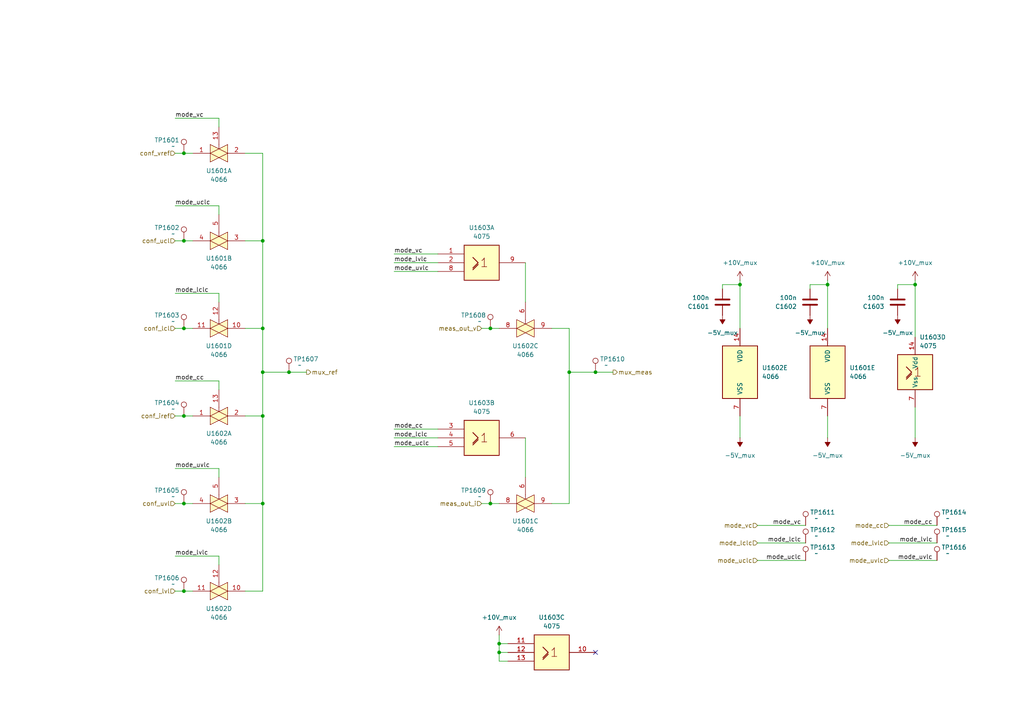
<source format=kicad_sch>
(kicad_sch
	(version 20231120)
	(generator "eeschema")
	(generator_version "8.0")
	(uuid "d754944e-4cf5-4a3f-954e-547532c3145b")
	(paper "A4")
	(title_block
		(title "Power Supply Sink")
		(date "2024-12-04")
		(rev "0.13.0")
		(company "Open Battery Tester")
		(comment 1 "Multiplexer")
	)
	(lib_symbols
		(symbol "pss:+10V_mux"
			(power)
			(pin_numbers hide)
			(pin_names
				(offset 0) hide)
			(exclude_from_sim no)
			(in_bom yes)
			(on_board yes)
			(property "Reference" "#PWR"
				(at 0 -3.81 0)
				(effects
					(font
						(size 1.27 1.27)
					)
					(hide yes)
				)
			)
			(property "Value" "+10V_mux"
				(at 0 3.556 0)
				(effects
					(font
						(size 1.27 1.27)
					)
				)
			)
			(property "Footprint" ""
				(at 0 0 0)
				(effects
					(font
						(size 1.27 1.27)
					)
					(hide yes)
				)
			)
			(property "Datasheet" ""
				(at 0 0 0)
				(effects
					(font
						(size 1.27 1.27)
					)
					(hide yes)
				)
			)
			(property "Description" ""
				(at 0 0 0)
				(effects
					(font
						(size 1.27 1.27)
					)
					(hide yes)
				)
			)
			(property "ki_keywords" "global power"
				(at 0 0 0)
				(effects
					(font
						(size 1.27 1.27)
					)
					(hide yes)
				)
			)
			(symbol "+10V_mux_0_1"
				(polyline
					(pts
						(xy -0.762 1.27) (xy 0 2.54)
					)
					(stroke
						(width 0)
						(type default)
					)
					(fill
						(type none)
					)
				)
				(polyline
					(pts
						(xy 0 0) (xy 0 2.54)
					)
					(stroke
						(width 0)
						(type default)
					)
					(fill
						(type none)
					)
				)
				(polyline
					(pts
						(xy 0 2.54) (xy 0.762 1.27)
					)
					(stroke
						(width 0)
						(type default)
					)
					(fill
						(type none)
					)
				)
			)
			(symbol "+10V_mux_1_1"
				(pin power_in line
					(at 0 0 90)
					(length 0)
					(name "~"
						(effects
							(font
								(size 1.27 1.27)
							)
						)
					)
					(number "1"
						(effects
							(font
								(size 1.27 1.27)
							)
						)
					)
				)
			)
		)
		(symbol "pss:-5V_mux"
			(power)
			(pin_numbers hide)
			(pin_names
				(offset 0) hide)
			(exclude_from_sim no)
			(in_bom yes)
			(on_board yes)
			(property "Reference" "#PWR"
				(at 0 -3.81 0)
				(effects
					(font
						(size 1.27 1.27)
					)
					(hide yes)
				)
			)
			(property "Value" "-5V_mux"
				(at 0 3.556 0)
				(effects
					(font
						(size 1.27 1.27)
					)
				)
			)
			(property "Footprint" ""
				(at 0 0 0)
				(effects
					(font
						(size 1.27 1.27)
					)
					(hide yes)
				)
			)
			(property "Datasheet" ""
				(at 0 0 0)
				(effects
					(font
						(size 1.27 1.27)
					)
					(hide yes)
				)
			)
			(property "Description" ""
				(at 0 0 0)
				(effects
					(font
						(size 1.27 1.27)
					)
					(hide yes)
				)
			)
			(property "ki_keywords" "global power"
				(at 0 0 0)
				(effects
					(font
						(size 1.27 1.27)
					)
					(hide yes)
				)
			)
			(symbol "-5V_mux_0_0"
				(pin power_in line
					(at 0 0 90)
					(length 0)
					(name "~"
						(effects
							(font
								(size 1.27 1.27)
							)
						)
					)
					(number "1"
						(effects
							(font
								(size 1.27 1.27)
							)
						)
					)
				)
			)
			(symbol "-5V_mux_0_1"
				(polyline
					(pts
						(xy 0 0) (xy 0 1.27) (xy 0.762 1.27) (xy 0 2.54) (xy -0.762 1.27) (xy 0 1.27)
					)
					(stroke
						(width 0)
						(type default)
					)
					(fill
						(type outline)
					)
				)
			)
		)
		(symbol "pss:4066"
			(pin_names
				(offset 1.016)
			)
			(exclude_from_sim no)
			(in_bom yes)
			(on_board yes)
			(property "Reference" "U"
				(at -7.62 8.89 0)
				(effects
					(font
						(size 1.27 1.27)
					)
				)
			)
			(property "Value" "4066"
				(at -7.62 -8.89 0)
				(effects
					(font
						(size 1.27 1.27)
					)
				)
			)
			(property "Footprint" ""
				(at 0 0 0)
				(effects
					(font
						(size 1.27 1.27)
					)
					(hide yes)
				)
			)
			(property "Datasheet" "http://www.ti.com/lit/ds/symlink/cd4066b.pdf"
				(at 0 0 0)
				(effects
					(font
						(size 1.27 1.27)
					)
					(hide yes)
				)
			)
			(property "Description" "Quad Analog Switches"
				(at 0 0 0)
				(effects
					(font
						(size 1.27 1.27)
					)
					(hide yes)
				)
			)
			(property "ki_locked" ""
				(at 0 0 0)
				(effects
					(font
						(size 1.27 1.27)
					)
				)
			)
			(property "ki_keywords" "CMOS SWITCH"
				(at 0 0 0)
				(effects
					(font
						(size 1.27 1.27)
					)
					(hide yes)
				)
			)
			(property "ki_fp_filters" "DIP?14*"
				(at 0 0 0)
				(effects
					(font
						(size 1.27 1.27)
					)
					(hide yes)
				)
			)
			(symbol "4066_1_0"
				(polyline
					(pts
						(xy 0 1.27) (xy 0 2.54)
					)
					(stroke
						(width 0.1524)
						(type default)
					)
					(fill
						(type none)
					)
				)
				(polyline
					(pts
						(xy -2.54 0) (xy 2.54 2.54) (xy 2.54 -2.54) (xy -2.54 0)
					)
					(stroke
						(width 0)
						(type default)
					)
					(fill
						(type background)
					)
				)
				(polyline
					(pts
						(xy -2.54 2.54) (xy 2.54 0) (xy -2.54 -2.54) (xy -2.54 2.54)
					)
					(stroke
						(width 0)
						(type default)
					)
					(fill
						(type background)
					)
				)
				(pin passive line
					(at -7.62 0 0)
					(length 5.08)
					(name "~"
						(effects
							(font
								(size 1.27 1.27)
							)
						)
					)
					(number "1"
						(effects
							(font
								(size 1.27 1.27)
							)
						)
					)
				)
				(pin input line
					(at 0 7.62 270)
					(length 5.08)
					(name "~"
						(effects
							(font
								(size 1.27 1.27)
							)
						)
					)
					(number "13"
						(effects
							(font
								(size 1.27 1.27)
							)
						)
					)
				)
				(pin passive line
					(at 7.62 0 180)
					(length 5.08)
					(name "~"
						(effects
							(font
								(size 1.27 1.27)
							)
						)
					)
					(number "2"
						(effects
							(font
								(size 1.27 1.27)
							)
						)
					)
				)
			)
			(symbol "4066_2_0"
				(polyline
					(pts
						(xy 0 1.27) (xy 0 2.54)
					)
					(stroke
						(width 0.1524)
						(type default)
					)
					(fill
						(type none)
					)
				)
				(polyline
					(pts
						(xy -2.54 0) (xy 2.54 2.54) (xy 2.54 -2.54) (xy -2.54 0)
					)
					(stroke
						(width 0)
						(type default)
					)
					(fill
						(type background)
					)
				)
				(polyline
					(pts
						(xy -2.54 2.54) (xy 2.54 0) (xy -2.54 -2.54) (xy -2.54 2.54)
					)
					(stroke
						(width 0)
						(type default)
					)
					(fill
						(type background)
					)
				)
				(pin passive line
					(at 7.62 0 180)
					(length 5.08)
					(name "~"
						(effects
							(font
								(size 1.27 1.27)
							)
						)
					)
					(number "3"
						(effects
							(font
								(size 1.27 1.27)
							)
						)
					)
				)
				(pin passive line
					(at -7.62 0 0)
					(length 5.08)
					(name "~"
						(effects
							(font
								(size 1.27 1.27)
							)
						)
					)
					(number "4"
						(effects
							(font
								(size 1.27 1.27)
							)
						)
					)
				)
				(pin input line
					(at 0 7.62 270)
					(length 5.08)
					(name "~"
						(effects
							(font
								(size 1.27 1.27)
							)
						)
					)
					(number "5"
						(effects
							(font
								(size 1.27 1.27)
							)
						)
					)
				)
			)
			(symbol "4066_3_0"
				(polyline
					(pts
						(xy 0 1.27) (xy 0 2.54)
					)
					(stroke
						(width 0.1524)
						(type default)
					)
					(fill
						(type none)
					)
				)
				(polyline
					(pts
						(xy -2.54 0) (xy 2.54 2.54) (xy 2.54 -2.54) (xy -2.54 0)
					)
					(stroke
						(width 0)
						(type default)
					)
					(fill
						(type background)
					)
				)
				(polyline
					(pts
						(xy -2.54 2.54) (xy 2.54 0) (xy -2.54 -2.54) (xy -2.54 2.54)
					)
					(stroke
						(width 0)
						(type default)
					)
					(fill
						(type background)
					)
				)
				(pin input line
					(at 0 7.62 270)
					(length 5.08)
					(name "~"
						(effects
							(font
								(size 1.27 1.27)
							)
						)
					)
					(number "6"
						(effects
							(font
								(size 1.27 1.27)
							)
						)
					)
				)
				(pin passive line
					(at -7.62 0 0)
					(length 5.08)
					(name "~"
						(effects
							(font
								(size 1.27 1.27)
							)
						)
					)
					(number "8"
						(effects
							(font
								(size 1.27 1.27)
							)
						)
					)
				)
				(pin passive line
					(at 7.62 0 180)
					(length 5.08)
					(name "~"
						(effects
							(font
								(size 1.27 1.27)
							)
						)
					)
					(number "9"
						(effects
							(font
								(size 1.27 1.27)
							)
						)
					)
				)
			)
			(symbol "4066_4_0"
				(polyline
					(pts
						(xy 0 1.27) (xy 0 2.54)
					)
					(stroke
						(width 0.1524)
						(type default)
					)
					(fill
						(type none)
					)
				)
				(polyline
					(pts
						(xy -2.54 0) (xy 2.54 2.54) (xy 2.54 -2.54) (xy -2.54 0)
					)
					(stroke
						(width 0)
						(type default)
					)
					(fill
						(type background)
					)
				)
				(polyline
					(pts
						(xy -2.54 2.54) (xy 2.54 0) (xy -2.54 -2.54) (xy -2.54 2.54)
					)
					(stroke
						(width 0)
						(type default)
					)
					(fill
						(type background)
					)
				)
				(pin passive line
					(at 7.62 0 180)
					(length 5.08)
					(name "~"
						(effects
							(font
								(size 1.27 1.27)
							)
						)
					)
					(number "10"
						(effects
							(font
								(size 1.27 1.27)
							)
						)
					)
				)
				(pin passive line
					(at -7.62 0 0)
					(length 5.08)
					(name "~"
						(effects
							(font
								(size 1.27 1.27)
							)
						)
					)
					(number "11"
						(effects
							(font
								(size 1.27 1.27)
							)
						)
					)
				)
				(pin input line
					(at 0 7.62 270)
					(length 5.08)
					(name "~"
						(effects
							(font
								(size 1.27 1.27)
							)
						)
					)
					(number "12"
						(effects
							(font
								(size 1.27 1.27)
							)
						)
					)
				)
			)
			(symbol "4066_5_0"
				(pin power_in line
					(at 0 12.7 270)
					(length 5.08)
					(name "VDD"
						(effects
							(font
								(size 1.27 1.27)
							)
						)
					)
					(number "14"
						(effects
							(font
								(size 1.27 1.27)
							)
						)
					)
				)
				(pin power_in line
					(at 0 -12.7 90)
					(length 5.08)
					(name "VSS"
						(effects
							(font
								(size 1.27 1.27)
							)
						)
					)
					(number "7"
						(effects
							(font
								(size 1.27 1.27)
							)
						)
					)
				)
			)
			(symbol "4066_5_1"
				(rectangle
					(start -5.08 7.62)
					(end 5.08 -7.62)
					(stroke
						(width 0.254)
						(type default)
					)
					(fill
						(type background)
					)
				)
			)
		)
		(symbol "pss:4075"
			(exclude_from_sim no)
			(in_bom yes)
			(on_board yes)
			(property "Reference" "U"
				(at 0 8.89 0)
				(effects
					(font
						(size 1.27 1.27)
					)
				)
			)
			(property "Value" "4075"
				(at 0 6.35 0)
				(effects
					(font
						(size 1.27 1.27)
					)
				)
			)
			(property "Footprint" ""
				(at 0 0 0)
				(effects
					(font
						(size 1.27 1.27)
					)
					(hide yes)
				)
			)
			(property "Datasheet" ""
				(at 0 0 0)
				(effects
					(font
						(size 1.27 1.27)
					)
					(hide yes)
				)
			)
			(property "Description" ""
				(at 0 0 0)
				(effects
					(font
						(size 1.27 1.27)
					)
					(hide yes)
				)
			)
			(property "ki_locked" ""
				(at 0 0 0)
				(effects
					(font
						(size 1.27 1.27)
					)
				)
			)
			(symbol "4075_0_0"
				(rectangle
					(start -5.08 5.08)
					(end 5.08 -5.08)
					(stroke
						(width 0.254)
						(type default)
					)
					(fill
						(type background)
					)
				)
				(polyline
					(pts
						(xy -2.54 -2.032) (xy -1.016 -0.508) (xy -1.016 -0.508)
					)
					(stroke
						(width 0.254)
						(type default)
					)
					(fill
						(type background)
					)
				)
				(polyline
					(pts
						(xy -2.54 1.524) (xy -1.016 0) (xy -2.54 -1.524) (xy -2.54 -1.524)
					)
					(stroke
						(width 0.254)
						(type default)
					)
					(fill
						(type background)
					)
				)
				(text "1"
					(at 0.762 0 0)
					(effects
						(font
							(size 2.54 2.54)
						)
					)
				)
			)
			(symbol "4075_1_1"
				(pin input line
					(at -12.7 2.54 0)
					(length 7.62)
					(name "~"
						(effects
							(font
								(size 1.27 1.27)
							)
						)
					)
					(number "1"
						(effects
							(font
								(size 1.27 1.27)
							)
						)
					)
				)
				(pin input line
					(at -12.7 0 0)
					(length 7.62)
					(name "~"
						(effects
							(font
								(size 1.27 1.27)
							)
						)
					)
					(number "2"
						(effects
							(font
								(size 1.27 1.27)
							)
						)
					)
				)
				(pin input line
					(at -12.7 -2.54 0)
					(length 7.62)
					(name "~"
						(effects
							(font
								(size 1.27 1.27)
							)
						)
					)
					(number "8"
						(effects
							(font
								(size 1.27 1.27)
							)
						)
					)
				)
				(pin output line
					(at 12.7 0 180)
					(length 7.62)
					(name "~"
						(effects
							(font
								(size 1.27 1.27)
							)
						)
					)
					(number "9"
						(effects
							(font
								(size 1.27 1.27)
							)
						)
					)
				)
			)
			(symbol "4075_2_1"
				(pin input line
					(at -12.7 2.54 0)
					(length 7.62)
					(name "~"
						(effects
							(font
								(size 1.27 1.27)
							)
						)
					)
					(number "3"
						(effects
							(font
								(size 1.27 1.27)
							)
						)
					)
				)
				(pin input line
					(at -12.7 0 0)
					(length 7.62)
					(name "~"
						(effects
							(font
								(size 1.27 1.27)
							)
						)
					)
					(number "4"
						(effects
							(font
								(size 1.27 1.27)
							)
						)
					)
				)
				(pin input line
					(at -12.7 -2.54 0)
					(length 7.62)
					(name "~"
						(effects
							(font
								(size 1.27 1.27)
							)
						)
					)
					(number "5"
						(effects
							(font
								(size 1.27 1.27)
							)
						)
					)
				)
				(pin output line
					(at 12.7 0 180)
					(length 7.62)
					(name "~"
						(effects
							(font
								(size 1.27 1.27)
							)
						)
					)
					(number "6"
						(effects
							(font
								(size 1.27 1.27)
							)
						)
					)
				)
			)
			(symbol "4075_3_1"
				(pin output line
					(at 12.7 0 180)
					(length 7.62)
					(name "~"
						(effects
							(font
								(size 1.27 1.27)
							)
						)
					)
					(number "10"
						(effects
							(font
								(size 1.27 1.27)
							)
						)
					)
				)
				(pin input line
					(at -12.7 2.54 0)
					(length 7.62)
					(name "~"
						(effects
							(font
								(size 1.27 1.27)
							)
						)
					)
					(number "11"
						(effects
							(font
								(size 1.27 1.27)
							)
						)
					)
				)
				(pin input line
					(at -12.7 0 0)
					(length 7.62)
					(name "~"
						(effects
							(font
								(size 1.27 1.27)
							)
						)
					)
					(number "12"
						(effects
							(font
								(size 1.27 1.27)
							)
						)
					)
				)
				(pin input line
					(at -12.7 -2.54 0)
					(length 7.62)
					(name "~"
						(effects
							(font
								(size 1.27 1.27)
							)
						)
					)
					(number "13"
						(effects
							(font
								(size 1.27 1.27)
							)
						)
					)
				)
			)
			(symbol "4075_4_0"
				(pin power_in line
					(at 0 10.16 270)
					(length 5.08)
					(name "Vdd"
						(effects
							(font
								(size 1.27 1.27)
							)
						)
					)
					(number "14"
						(effects
							(font
								(size 1.27 1.27)
							)
						)
					)
				)
				(pin power_in line
					(at 0 -10.16 90)
					(length 5.08)
					(name "Vss"
						(effects
							(font
								(size 1.27 1.27)
							)
						)
					)
					(number "7"
						(effects
							(font
								(size 1.27 1.27)
							)
						)
					)
				)
			)
		)
		(symbol "pss:C"
			(pin_numbers hide)
			(pin_names
				(offset 0.254)
			)
			(exclude_from_sim no)
			(in_bom yes)
			(on_board yes)
			(property "Reference" "C"
				(at 0.635 2.54 0)
				(effects
					(font
						(size 1.27 1.27)
					)
					(justify left)
				)
			)
			(property "Value" "C"
				(at 0.635 -2.54 0)
				(effects
					(font
						(size 1.27 1.27)
					)
					(justify left)
				)
			)
			(property "Footprint" ""
				(at 0.9652 -3.81 0)
				(effects
					(font
						(size 1.27 1.27)
					)
					(hide yes)
				)
			)
			(property "Datasheet" "~"
				(at 0 0 0)
				(effects
					(font
						(size 1.27 1.27)
					)
					(hide yes)
				)
			)
			(property "Description" "Unpolarized capacitor"
				(at 0 0 0)
				(effects
					(font
						(size 1.27 1.27)
					)
					(hide yes)
				)
			)
			(property "ki_keywords" "cap capacitor"
				(at 0 0 0)
				(effects
					(font
						(size 1.27 1.27)
					)
					(hide yes)
				)
			)
			(property "ki_fp_filters" "C_*"
				(at 0 0 0)
				(effects
					(font
						(size 1.27 1.27)
					)
					(hide yes)
				)
			)
			(symbol "C_0_1"
				(polyline
					(pts
						(xy -2.032 -0.762) (xy 2.032 -0.762)
					)
					(stroke
						(width 0.508)
						(type default)
					)
					(fill
						(type none)
					)
				)
				(polyline
					(pts
						(xy -2.032 0.762) (xy 2.032 0.762)
					)
					(stroke
						(width 0.508)
						(type default)
					)
					(fill
						(type none)
					)
				)
			)
			(symbol "C_1_1"
				(pin passive line
					(at 0 3.81 270)
					(length 2.794)
					(name "~"
						(effects
							(font
								(size 1.27 1.27)
							)
						)
					)
					(number "1"
						(effects
							(font
								(size 1.27 1.27)
							)
						)
					)
				)
				(pin passive line
					(at 0 -3.81 90)
					(length 2.794)
					(name "~"
						(effects
							(font
								(size 1.27 1.27)
							)
						)
					)
					(number "2"
						(effects
							(font
								(size 1.27 1.27)
							)
						)
					)
				)
			)
		)
		(symbol "pss:TestPoint"
			(pin_numbers hide)
			(pin_names
				(offset 0.762) hide)
			(exclude_from_sim no)
			(in_bom yes)
			(on_board yes)
			(property "Reference" "TP"
				(at 0 6.858 0)
				(effects
					(font
						(size 1.27 1.27)
					)
				)
			)
			(property "Value" "TestPoint"
				(at 0 5.08 0)
				(effects
					(font
						(size 1.27 1.27)
					)
				)
			)
			(property "Footprint" ""
				(at 5.08 0 0)
				(effects
					(font
						(size 1.27 1.27)
					)
					(hide yes)
				)
			)
			(property "Datasheet" "~"
				(at 5.08 0 0)
				(effects
					(font
						(size 1.27 1.27)
					)
					(hide yes)
				)
			)
			(property "Description" "test point"
				(at 0 0 0)
				(effects
					(font
						(size 1.27 1.27)
					)
					(hide yes)
				)
			)
			(property "ki_keywords" "test point tp"
				(at 0 0 0)
				(effects
					(font
						(size 1.27 1.27)
					)
					(hide yes)
				)
			)
			(property "ki_fp_filters" "Pin* Test*"
				(at 0 0 0)
				(effects
					(font
						(size 1.27 1.27)
					)
					(hide yes)
				)
			)
			(symbol "TestPoint_0_1"
				(circle
					(center 0 3.302)
					(radius 0.762)
					(stroke
						(width 0)
						(type default)
					)
					(fill
						(type none)
					)
				)
			)
			(symbol "TestPoint_1_1"
				(pin passive line
					(at 0 0 90)
					(length 2.54)
					(name "1"
						(effects
							(font
								(size 1.27 1.27)
							)
						)
					)
					(number "1"
						(effects
							(font
								(size 1.27 1.27)
							)
						)
					)
				)
			)
		)
	)
	(junction
		(at 240.03 82.55)
		(diameter 0)
		(color 0 0 0 0)
		(uuid "0e91875c-248a-41be-bd04-7d8ffba266ec")
	)
	(junction
		(at 76.2 120.65)
		(diameter 0)
		(color 0 0 0 0)
		(uuid "12bb446f-8aac-42da-be17-39c1535c0c02")
	)
	(junction
		(at 142.24 146.05)
		(diameter 0)
		(color 0 0 0 0)
		(uuid "1aa5ee32-0558-4d29-a713-9ecd024904e0")
	)
	(junction
		(at 76.2 107.95)
		(diameter 0)
		(color 0 0 0 0)
		(uuid "228aed25-314b-490a-ad54-56e21845787d")
	)
	(junction
		(at 144.78 186.69)
		(diameter 0)
		(color 0 0 0 0)
		(uuid "4355bbbe-c871-471d-848e-c47c0156402b")
	)
	(junction
		(at 53.34 146.05)
		(diameter 0)
		(color 0 0 0 0)
		(uuid "4d84c526-932f-4304-85ae-718bd4b21092")
	)
	(junction
		(at 53.34 95.25)
		(diameter 0)
		(color 0 0 0 0)
		(uuid "507314f0-d81c-4b4c-94c0-3aae5dbe25d2")
	)
	(junction
		(at 165.1 107.95)
		(diameter 0)
		(color 0 0 0 0)
		(uuid "58fadf2d-c16e-46c6-bbd4-23edb8ff1b21")
	)
	(junction
		(at 214.63 82.55)
		(diameter 0)
		(color 0 0 0 0)
		(uuid "93bef354-d2e6-464d-8a69-28bfc61462f6")
	)
	(junction
		(at 53.34 69.85)
		(diameter 0)
		(color 0 0 0 0)
		(uuid "93fc8276-24af-471b-aa32-338b4cb91637")
	)
	(junction
		(at 265.43 82.55)
		(diameter 0)
		(color 0 0 0 0)
		(uuid "94ba0d61-5a38-4cc1-b969-ad6b19465e3a")
	)
	(junction
		(at 53.34 171.45)
		(diameter 0)
		(color 0 0 0 0)
		(uuid "a50f4956-c0c9-46ba-8b76-f55c74f9687b")
	)
	(junction
		(at 76.2 146.05)
		(diameter 0)
		(color 0 0 0 0)
		(uuid "a940dbc1-344d-4881-aed9-f3328b9096a6")
	)
	(junction
		(at 142.24 95.25)
		(diameter 0)
		(color 0 0 0 0)
		(uuid "ace8dfa7-3080-4dc3-90f1-b78fc649f369")
	)
	(junction
		(at 53.34 44.45)
		(diameter 0)
		(color 0 0 0 0)
		(uuid "b50a5146-8183-44fc-b480-c17836c26493")
	)
	(junction
		(at 172.72 107.95)
		(diameter 0)
		(color 0 0 0 0)
		(uuid "b8155366-4b0e-4cee-b942-1e538bb8c030")
	)
	(junction
		(at 76.2 69.85)
		(diameter 0)
		(color 0 0 0 0)
		(uuid "b8abf551-de8e-4c2a-8b24-9e0b04e5452e")
	)
	(junction
		(at 144.78 189.23)
		(diameter 0)
		(color 0 0 0 0)
		(uuid "c279fd6c-1e12-4d28-b7e4-ddabada1dbda")
	)
	(junction
		(at 83.82 107.95)
		(diameter 0)
		(color 0 0 0 0)
		(uuid "d0f95fba-4387-4af6-8cf5-1f1ad53113fd")
	)
	(junction
		(at 76.2 95.25)
		(diameter 0)
		(color 0 0 0 0)
		(uuid "e8dfade5-c377-4f60-8683-de430c5df854")
	)
	(junction
		(at 53.34 120.65)
		(diameter 0)
		(color 0 0 0 0)
		(uuid "fcd1d661-aed4-44e9-930b-4d775c35cf56")
	)
	(no_connect
		(at 172.72 189.23)
		(uuid "b5c75de3-ca6b-420c-acc7-8a91c801b736")
	)
	(wire
		(pts
			(xy 265.43 82.55) (xy 265.43 97.79)
		)
		(stroke
			(width 0)
			(type default)
		)
		(uuid "00c27939-ec31-49f8-904f-82778241e8e2")
	)
	(wire
		(pts
			(xy 144.78 191.77) (xy 147.32 191.77)
		)
		(stroke
			(width 0)
			(type default)
		)
		(uuid "027c1261-b1e3-4ab1-8e0f-66b5f4f060a8")
	)
	(wire
		(pts
			(xy 114.3 124.46) (xy 127 124.46)
		)
		(stroke
			(width 0)
			(type default)
		)
		(uuid "03144bca-872f-4266-9799-839da594cf90")
	)
	(wire
		(pts
			(xy 53.34 69.85) (xy 55.88 69.85)
		)
		(stroke
			(width 0)
			(type default)
		)
		(uuid "0759e1d8-1f54-4d18-8a13-b05a0c227e00")
	)
	(wire
		(pts
			(xy 214.63 82.55) (xy 214.63 95.25)
		)
		(stroke
			(width 0)
			(type default)
		)
		(uuid "0fb666a6-4dff-4ab8-a2f3-e3cff3ebda62")
	)
	(wire
		(pts
			(xy 234.95 82.55) (xy 240.03 82.55)
		)
		(stroke
			(width 0)
			(type default)
		)
		(uuid "12b7d7ae-624b-4e0f-8fd7-15714505769d")
	)
	(wire
		(pts
			(xy 160.02 95.25) (xy 165.1 95.25)
		)
		(stroke
			(width 0)
			(type default)
		)
		(uuid "164c204a-b540-418a-b244-5522e90b0a2c")
	)
	(wire
		(pts
			(xy 76.2 107.95) (xy 76.2 120.65)
		)
		(stroke
			(width 0)
			(type default)
		)
		(uuid "1ebcec80-9e9b-4fb9-8f52-7a407323bbcf")
	)
	(wire
		(pts
			(xy 240.03 127) (xy 240.03 120.65)
		)
		(stroke
			(width 0)
			(type default)
		)
		(uuid "1ed97b1c-cc0d-4bb4-8101-792dc5fd215c")
	)
	(wire
		(pts
			(xy 114.3 78.74) (xy 127 78.74)
		)
		(stroke
			(width 0)
			(type default)
		)
		(uuid "1eea3e7c-0140-46c0-980e-4a93ba6cb6e6")
	)
	(wire
		(pts
			(xy 71.12 44.45) (xy 76.2 44.45)
		)
		(stroke
			(width 0)
			(type default)
		)
		(uuid "2a8990ab-519a-4345-8ac3-ab9dd0530500")
	)
	(wire
		(pts
			(xy 209.55 82.55) (xy 214.63 82.55)
		)
		(stroke
			(width 0)
			(type default)
		)
		(uuid "2ad9f0f5-8ef7-4929-a2e3-061f944d42be")
	)
	(wire
		(pts
			(xy 50.8 34.29) (xy 63.5 34.29)
		)
		(stroke
			(width 0)
			(type default)
		)
		(uuid "2b5daf70-7109-4779-9c9f-863c1bbda036")
	)
	(wire
		(pts
			(xy 53.34 120.65) (xy 55.88 120.65)
		)
		(stroke
			(width 0)
			(type default)
		)
		(uuid "32f05413-7ba9-43bd-b17f-4cd92da6371a")
	)
	(wire
		(pts
			(xy 50.8 95.25) (xy 53.34 95.25)
		)
		(stroke
			(width 0)
			(type default)
		)
		(uuid "33686657-757f-4d2d-8679-5253c1cebd62")
	)
	(wire
		(pts
			(xy 234.95 83.82) (xy 234.95 82.55)
		)
		(stroke
			(width 0)
			(type default)
		)
		(uuid "3a2cfe11-9813-4d4a-84cd-c7af6e45495e")
	)
	(wire
		(pts
			(xy 265.43 118.11) (xy 265.43 127)
		)
		(stroke
			(width 0)
			(type default)
		)
		(uuid "3edf73dd-b41c-487c-8aa3-9a2f80474276")
	)
	(wire
		(pts
			(xy 152.4 127) (xy 152.4 138.43)
		)
		(stroke
			(width 0)
			(type default)
		)
		(uuid "4ae001db-e443-472b-90ef-7b7e7cbd4cef")
	)
	(wire
		(pts
			(xy 50.8 110.49) (xy 63.5 110.49)
		)
		(stroke
			(width 0)
			(type default)
		)
		(uuid "4ef28d02-209d-4d61-b29d-16e7b4f56d52")
	)
	(wire
		(pts
			(xy 50.8 146.05) (xy 53.34 146.05)
		)
		(stroke
			(width 0)
			(type default)
		)
		(uuid "4f0bf65e-303b-4e36-956b-3427b3d2b2e2")
	)
	(wire
		(pts
			(xy 53.34 95.25) (xy 55.88 95.25)
		)
		(stroke
			(width 0)
			(type default)
		)
		(uuid "4f925c11-6947-4429-93f5-559b4c595b11")
	)
	(wire
		(pts
			(xy 139.7 95.25) (xy 142.24 95.25)
		)
		(stroke
			(width 0)
			(type default)
		)
		(uuid "557597b3-85e4-41f5-89ef-e9758ba73bf4")
	)
	(wire
		(pts
			(xy 144.78 189.23) (xy 147.32 189.23)
		)
		(stroke
			(width 0)
			(type default)
		)
		(uuid "59f715a4-5d94-4554-97ec-aef2afd849a2")
	)
	(wire
		(pts
			(xy 50.8 85.09) (xy 63.5 85.09)
		)
		(stroke
			(width 0)
			(type default)
		)
		(uuid "5d4d58b3-37bf-4ca7-b5c8-70d91d70e57d")
	)
	(wire
		(pts
			(xy 76.2 120.65) (xy 76.2 146.05)
		)
		(stroke
			(width 0)
			(type default)
		)
		(uuid "5f607445-de1c-41a2-b74a-f1a845dc33dc")
	)
	(wire
		(pts
			(xy 50.8 135.89) (xy 63.5 135.89)
		)
		(stroke
			(width 0)
			(type default)
		)
		(uuid "62821c4f-9921-4d35-93d3-f8cca76355d7")
	)
	(wire
		(pts
			(xy 257.81 157.48) (xy 271.78 157.48)
		)
		(stroke
			(width 0)
			(type default)
		)
		(uuid "6585830b-b189-40ee-b948-6e049a1d10f0")
	)
	(wire
		(pts
			(xy 257.81 152.4) (xy 271.78 152.4)
		)
		(stroke
			(width 0)
			(type default)
		)
		(uuid "68a70072-7dd5-4095-8fc7-c3e6c1c538d5")
	)
	(wire
		(pts
			(xy 53.34 171.45) (xy 55.88 171.45)
		)
		(stroke
			(width 0)
			(type default)
		)
		(uuid "6d003c8f-6f77-413a-be25-0e4e0b43f954")
	)
	(wire
		(pts
			(xy 152.4 76.2) (xy 152.4 87.63)
		)
		(stroke
			(width 0)
			(type default)
		)
		(uuid "6e583214-20ed-42d0-bb04-5521a7148fb6")
	)
	(wire
		(pts
			(xy 114.3 127) (xy 127 127)
		)
		(stroke
			(width 0)
			(type default)
		)
		(uuid "6f89db2c-469e-4b46-b21b-be41f596d098")
	)
	(wire
		(pts
			(xy 177.8 107.95) (xy 172.72 107.95)
		)
		(stroke
			(width 0)
			(type default)
		)
		(uuid "7d2d7725-5369-4cbe-84d5-8d3d88b4a68e")
	)
	(wire
		(pts
			(xy 114.3 76.2) (xy 127 76.2)
		)
		(stroke
			(width 0)
			(type default)
		)
		(uuid "809a55c2-e561-4ca7-a39e-6650c4b36c6c")
	)
	(wire
		(pts
			(xy 71.12 69.85) (xy 76.2 69.85)
		)
		(stroke
			(width 0)
			(type default)
		)
		(uuid "84b589a9-383c-427f-83bb-84a354670e6b")
	)
	(wire
		(pts
			(xy 71.12 171.45) (xy 76.2 171.45)
		)
		(stroke
			(width 0)
			(type default)
		)
		(uuid "8516d5f2-592b-43af-9dda-61f5f2e2f363")
	)
	(wire
		(pts
			(xy 165.1 107.95) (xy 165.1 146.05)
		)
		(stroke
			(width 0)
			(type default)
		)
		(uuid "8c59f298-185e-4487-8c4c-3b6552f0d134")
	)
	(wire
		(pts
			(xy 50.8 59.69) (xy 63.5 59.69)
		)
		(stroke
			(width 0)
			(type default)
		)
		(uuid "904562ca-22b0-4688-84c5-f032fb90d5a6")
	)
	(wire
		(pts
			(xy 71.12 95.25) (xy 76.2 95.25)
		)
		(stroke
			(width 0)
			(type default)
		)
		(uuid "9155bf03-a703-45d5-8027-5a3f723a7109")
	)
	(wire
		(pts
			(xy 142.24 146.05) (xy 144.78 146.05)
		)
		(stroke
			(width 0)
			(type default)
		)
		(uuid "928d889d-3efc-45c1-a4e3-2579f649158f")
	)
	(wire
		(pts
			(xy 144.78 184.15) (xy 144.78 186.69)
		)
		(stroke
			(width 0)
			(type default)
		)
		(uuid "9942d187-8b9f-4e35-871b-e975caf67e4c")
	)
	(wire
		(pts
			(xy 76.2 107.95) (xy 83.82 107.95)
		)
		(stroke
			(width 0)
			(type default)
		)
		(uuid "9a6f701f-07e8-482f-9bdd-a83f9b7b99f4")
	)
	(wire
		(pts
			(xy 71.12 146.05) (xy 76.2 146.05)
		)
		(stroke
			(width 0)
			(type default)
		)
		(uuid "9ff2cc83-8b62-41c7-a2e4-8263b1f2b504")
	)
	(wire
		(pts
			(xy 63.5 85.09) (xy 63.5 87.63)
		)
		(stroke
			(width 0)
			(type default)
		)
		(uuid "a1b53a2c-f200-4cd9-b907-ad767516f798")
	)
	(wire
		(pts
			(xy 50.8 69.85) (xy 53.34 69.85)
		)
		(stroke
			(width 0)
			(type default)
		)
		(uuid "a3432899-d041-4b60-8047-c7d97c680033")
	)
	(wire
		(pts
			(xy 172.72 107.95) (xy 165.1 107.95)
		)
		(stroke
			(width 0)
			(type default)
		)
		(uuid "a3b233c1-f406-4b1f-ab1e-6e64d8de7614")
	)
	(wire
		(pts
			(xy 76.2 107.95) (xy 76.2 95.25)
		)
		(stroke
			(width 0)
			(type default)
		)
		(uuid "a49191c6-dafc-4293-affd-6bb53ea068ec")
	)
	(wire
		(pts
			(xy 257.81 162.56) (xy 271.78 162.56)
		)
		(stroke
			(width 0)
			(type default)
		)
		(uuid "b069afbc-0b91-4809-8e53-01b9d36a4469")
	)
	(wire
		(pts
			(xy 76.2 44.45) (xy 76.2 69.85)
		)
		(stroke
			(width 0)
			(type default)
		)
		(uuid "b07e34ea-63de-456e-8a45-55bdf807e9b5")
	)
	(wire
		(pts
			(xy 265.43 81.28) (xy 265.43 82.55)
		)
		(stroke
			(width 0)
			(type default)
		)
		(uuid "b1256bce-26c9-4cdd-b2f0-ea263c80747d")
	)
	(wire
		(pts
			(xy 144.78 186.69) (xy 144.78 189.23)
		)
		(stroke
			(width 0)
			(type default)
		)
		(uuid "b4b350ae-0f41-4e25-b107-1601a8a30ab5")
	)
	(wire
		(pts
			(xy 50.8 161.29) (xy 63.5 161.29)
		)
		(stroke
			(width 0)
			(type default)
		)
		(uuid "b7c95a98-7a24-4e75-9cdd-26d1ce164268")
	)
	(wire
		(pts
			(xy 76.2 146.05) (xy 76.2 171.45)
		)
		(stroke
			(width 0)
			(type default)
		)
		(uuid "b958e9e2-9f7a-4324-98ad-437e1ca5088d")
	)
	(wire
		(pts
			(xy 114.3 129.54) (xy 127 129.54)
		)
		(stroke
			(width 0)
			(type default)
		)
		(uuid "bef0d9b4-1ac1-4ef1-83ba-af33a52741b5")
	)
	(wire
		(pts
			(xy 165.1 107.95) (xy 165.1 95.25)
		)
		(stroke
			(width 0)
			(type default)
		)
		(uuid "bffdeb55-d08b-4930-beae-3a4679b35d2a")
	)
	(wire
		(pts
			(xy 139.7 146.05) (xy 142.24 146.05)
		)
		(stroke
			(width 0)
			(type default)
		)
		(uuid "c407a7c7-4ed6-492f-a4a9-c29f06732cf8")
	)
	(wire
		(pts
			(xy 63.5 110.49) (xy 63.5 113.03)
		)
		(stroke
			(width 0)
			(type default)
		)
		(uuid "d0d24c00-23e7-4605-8b11-cbaa5b1ed62d")
	)
	(wire
		(pts
			(xy 214.63 81.28) (xy 214.63 82.55)
		)
		(stroke
			(width 0)
			(type default)
		)
		(uuid "d1e60a8c-7450-4711-9b0c-9ec48efa14e8")
	)
	(wire
		(pts
			(xy 63.5 59.69) (xy 63.5 62.23)
		)
		(stroke
			(width 0)
			(type default)
		)
		(uuid "d368dbf4-a4fc-477c-8d4e-b80071dea9e1")
	)
	(wire
		(pts
			(xy 76.2 69.85) (xy 76.2 95.25)
		)
		(stroke
			(width 0)
			(type default)
		)
		(uuid "d36b15a2-3997-4956-8476-1df16bef68a6")
	)
	(wire
		(pts
			(xy 71.12 120.65) (xy 76.2 120.65)
		)
		(stroke
			(width 0)
			(type default)
		)
		(uuid "d564dd0e-e842-49f2-8e75-a6cc4350c575")
	)
	(wire
		(pts
			(xy 63.5 34.29) (xy 63.5 36.83)
		)
		(stroke
			(width 0)
			(type default)
		)
		(uuid "d753c39a-1dac-47a9-8fb6-a342b66608d0")
	)
	(wire
		(pts
			(xy 260.35 82.55) (xy 265.43 82.55)
		)
		(stroke
			(width 0)
			(type default)
		)
		(uuid "d816e397-a115-47fd-903e-4e2a0bb4c7f1")
	)
	(wire
		(pts
			(xy 240.03 82.55) (xy 240.03 95.25)
		)
		(stroke
			(width 0)
			(type default)
		)
		(uuid "d8da90ad-623d-47ad-8936-31e5dfde8085")
	)
	(wire
		(pts
			(xy 63.5 135.89) (xy 63.5 138.43)
		)
		(stroke
			(width 0)
			(type default)
		)
		(uuid "d92bb8ad-11cc-4090-902e-e5cab0a119e2")
	)
	(wire
		(pts
			(xy 53.34 146.05) (xy 55.88 146.05)
		)
		(stroke
			(width 0)
			(type default)
		)
		(uuid "db2faa94-6989-479b-a83e-5b3d82a8dae8")
	)
	(wire
		(pts
			(xy 240.03 81.28) (xy 240.03 82.55)
		)
		(stroke
			(width 0)
			(type default)
		)
		(uuid "dd5b8fb8-7888-49b1-b7e9-0d06d89dff57")
	)
	(wire
		(pts
			(xy 144.78 186.69) (xy 147.32 186.69)
		)
		(stroke
			(width 0)
			(type default)
		)
		(uuid "dd7374fe-fe15-458d-be3e-fa1cd49f065d")
	)
	(wire
		(pts
			(xy 214.63 127) (xy 214.63 120.65)
		)
		(stroke
			(width 0)
			(type default)
		)
		(uuid "de3e3f2a-72a3-46c3-b6c5-3f3e123e0dbf")
	)
	(wire
		(pts
			(xy 53.34 44.45) (xy 55.88 44.45)
		)
		(stroke
			(width 0)
			(type default)
		)
		(uuid "deef7ba5-e571-48d0-b1ac-3de2e4958ab9")
	)
	(wire
		(pts
			(xy 144.78 189.23) (xy 144.78 191.77)
		)
		(stroke
			(width 0)
			(type default)
		)
		(uuid "e3dd6d3e-c4e5-419b-b9c1-cb8fc5d7cead")
	)
	(wire
		(pts
			(xy 63.5 161.29) (xy 63.5 163.83)
		)
		(stroke
			(width 0)
			(type default)
		)
		(uuid "ec405cc4-04e0-4624-ae41-343eee57a181")
	)
	(wire
		(pts
			(xy 219.71 157.48) (xy 233.68 157.48)
		)
		(stroke
			(width 0)
			(type default)
		)
		(uuid "edf5b46c-9182-4b10-837a-cd2169ec2eb8")
	)
	(wire
		(pts
			(xy 209.55 83.82) (xy 209.55 82.55)
		)
		(stroke
			(width 0)
			(type default)
		)
		(uuid "f2953d32-50a6-4988-901e-cd3bbfaadf17")
	)
	(wire
		(pts
			(xy 142.24 95.25) (xy 144.78 95.25)
		)
		(stroke
			(width 0)
			(type default)
		)
		(uuid "f5074ae9-c04d-409b-8c4a-4aeb0873a6bf")
	)
	(wire
		(pts
			(xy 50.8 120.65) (xy 53.34 120.65)
		)
		(stroke
			(width 0)
			(type default)
		)
		(uuid "f73b26e6-0373-40e5-aed6-9ff8bdd6bbd3")
	)
	(wire
		(pts
			(xy 83.82 107.95) (xy 88.9 107.95)
		)
		(stroke
			(width 0)
			(type default)
		)
		(uuid "f7c1f84c-e654-4d7e-96ce-d11865d6da40")
	)
	(wire
		(pts
			(xy 114.3 73.66) (xy 127 73.66)
		)
		(stroke
			(width 0)
			(type default)
		)
		(uuid "f9ceee4a-88ac-4008-b09c-e4519259c377")
	)
	(wire
		(pts
			(xy 50.8 44.45) (xy 53.34 44.45)
		)
		(stroke
			(width 0)
			(type default)
		)
		(uuid "fb76e21f-2e39-4f1e-bc9d-54751e815047")
	)
	(wire
		(pts
			(xy 260.35 83.82) (xy 260.35 82.55)
		)
		(stroke
			(width 0)
			(type default)
		)
		(uuid "fd1c96f6-1d37-43c4-940e-e56427bf6cc2")
	)
	(wire
		(pts
			(xy 219.71 152.4) (xy 233.68 152.4)
		)
		(stroke
			(width 0)
			(type default)
		)
		(uuid "fd6d6033-9061-4682-ad5d-ba9d3673ec80")
	)
	(wire
		(pts
			(xy 160.02 146.05) (xy 165.1 146.05)
		)
		(stroke
			(width 0)
			(type default)
		)
		(uuid "fee80c66-74a1-4d94-b75a-d2b3ad814de2")
	)
	(wire
		(pts
			(xy 50.8 171.45) (xy 53.34 171.45)
		)
		(stroke
			(width 0)
			(type default)
		)
		(uuid "fef455cc-ea4f-4af4-9f50-733e0c3c75aa")
	)
	(wire
		(pts
			(xy 219.71 162.56) (xy 233.68 162.56)
		)
		(stroke
			(width 0)
			(type default)
		)
		(uuid "ff8740f9-721e-4455-8324-145be264d109")
	)
	(label "mode_uvlc"
		(at 270.51 162.56 180)
		(fields_autoplaced yes)
		(effects
			(font
				(size 1.27 1.27)
			)
			(justify right bottom)
		)
		(uuid "01b55da8-1763-4687-ac5c-3a786a99037b")
	)
	(label "mode_cc"
		(at 270.51 152.4 180)
		(fields_autoplaced yes)
		(effects
			(font
				(size 1.27 1.27)
			)
			(justify right bottom)
		)
		(uuid "0aefe60a-f91a-41ad-9208-36cf0b0e040d")
	)
	(label "mode_uvlc"
		(at 50.8 135.89 0)
		(fields_autoplaced yes)
		(effects
			(font
				(size 1.27 1.27)
			)
			(justify left bottom)
		)
		(uuid "0c89be07-44a0-4ed7-87b8-3572bdbcf053")
	)
	(label "mode_uvlc"
		(at 114.3 78.74 0)
		(fields_autoplaced yes)
		(effects
			(font
				(size 1.27 1.27)
			)
			(justify left bottom)
		)
		(uuid "12484738-7298-4c7b-aea7-4ca547aae281")
	)
	(label "mode_lclc"
		(at 232.41 157.48 180)
		(fields_autoplaced yes)
		(effects
			(font
				(size 1.27 1.27)
			)
			(justify right bottom)
		)
		(uuid "12ccf2bf-16f0-4101-aedf-e63531165937")
	)
	(label "mode_cc"
		(at 50.8 110.49 0)
		(fields_autoplaced yes)
		(effects
			(font
				(size 1.27 1.27)
			)
			(justify left bottom)
		)
		(uuid "2df603ff-33b5-4524-9d3e-2f07c7b11047")
	)
	(label "mode_vc"
		(at 114.3 73.66 0)
		(fields_autoplaced yes)
		(effects
			(font
				(size 1.27 1.27)
			)
			(justify left bottom)
		)
		(uuid "331cb9a5-f31f-43bb-aa27-f96783358f58")
	)
	(label "mode_lclc"
		(at 114.3 127 0)
		(fields_autoplaced yes)
		(effects
			(font
				(size 1.27 1.27)
			)
			(justify left bottom)
		)
		(uuid "538954e0-e58b-49ca-a12d-296a6683e986")
	)
	(label "mode_uclc"
		(at 114.3 129.54 0)
		(fields_autoplaced yes)
		(effects
			(font
				(size 1.27 1.27)
			)
			(justify left bottom)
		)
		(uuid "57701040-17d1-4615-ba02-85a851e9a724")
	)
	(label "mode_vc"
		(at 232.41 152.4 180)
		(fields_autoplaced yes)
		(effects
			(font
				(size 1.27 1.27)
			)
			(justify right bottom)
		)
		(uuid "66a2e111-9cf2-43df-8e77-1ac7826a5d31")
	)
	(label "mode_uclc"
		(at 232.41 162.56 180)
		(fields_autoplaced yes)
		(effects
			(font
				(size 1.27 1.27)
			)
			(justify right bottom)
		)
		(uuid "763fc739-37b5-4e83-81aa-cbdd21abde95")
	)
	(label "mode_vc"
		(at 50.8 34.29 0)
		(fields_autoplaced yes)
		(effects
			(font
				(size 1.27 1.27)
			)
			(justify left bottom)
		)
		(uuid "7a61e78b-855c-41ae-8910-01f2287d075e")
	)
	(label "mode_lvlc"
		(at 270.51 157.48 180)
		(fields_autoplaced yes)
		(effects
			(font
				(size 1.27 1.27)
			)
			(justify right bottom)
		)
		(uuid "a15d55da-6f6e-4bc2-a893-b778fdb5ada5")
	)
	(label "mode_cc"
		(at 114.3 124.46 0)
		(fields_autoplaced yes)
		(effects
			(font
				(size 1.27 1.27)
			)
			(justify left bottom)
		)
		(uuid "b48072d5-75e2-4268-9ec5-5ce1e56299a9")
	)
	(label "mode_lvlc"
		(at 114.3 76.2 0)
		(fields_autoplaced yes)
		(effects
			(font
				(size 1.27 1.27)
			)
			(justify left bottom)
		)
		(uuid "cbd27785-2cfd-4473-badc-f8735718698e")
	)
	(label "mode_lvlc"
		(at 50.8 161.29 0)
		(fields_autoplaced yes)
		(effects
			(font
				(size 1.27 1.27)
			)
			(justify left bottom)
		)
		(uuid "fa5e6c83-cb85-42bf-a31c-72079bfdb27f")
	)
	(label "mode_uclc"
		(at 50.8 59.69 0)
		(fields_autoplaced yes)
		(effects
			(font
				(size 1.27 1.27)
			)
			(justify left bottom)
		)
		(uuid "fae9abb9-49c7-4a65-9804-5f5b479f40d3")
	)
	(label "mode_lclc"
		(at 50.8 85.09 0)
		(fields_autoplaced yes)
		(effects
			(font
				(size 1.27 1.27)
			)
			(justify left bottom)
		)
		(uuid "fd12463e-d7e9-4add-b417-17209c591b51")
	)
	(hierarchical_label "meas_out_i"
		(shape input)
		(at 139.7 146.05 180)
		(fields_autoplaced yes)
		(effects
			(font
				(size 1.27 1.27)
			)
			(justify right)
		)
		(uuid "07d8f4d7-cf1a-4886-a037-871e087c0c31")
	)
	(hierarchical_label "mode_lvlc"
		(shape input)
		(at 257.81 157.48 180)
		(fields_autoplaced yes)
		(effects
			(font
				(size 1.27 1.27)
			)
			(justify right)
		)
		(uuid "0b66f627-8c9a-4d9a-875d-10370c762133")
	)
	(hierarchical_label "mode_uvlc"
		(shape input)
		(at 257.81 162.56 180)
		(fields_autoplaced yes)
		(effects
			(font
				(size 1.27 1.27)
			)
			(justify right)
		)
		(uuid "0bf9e6a4-4c74-42a5-b882-3514e52c1cdc")
	)
	(hierarchical_label "mux_ref"
		(shape output)
		(at 88.9 107.95 0)
		(fields_autoplaced yes)
		(effects
			(font
				(size 1.27 1.27)
			)
			(justify left)
		)
		(uuid "1012e209-2736-4231-a3e7-d9cfff9a3808")
	)
	(hierarchical_label "mux_meas"
		(shape output)
		(at 177.8 107.95 0)
		(fields_autoplaced yes)
		(effects
			(font
				(size 1.27 1.27)
			)
			(justify left)
		)
		(uuid "1e7aa1a3-ffd8-492f-90db-4d4a52068928")
	)
	(hierarchical_label "conf_lvl"
		(shape input)
		(at 50.8 171.45 180)
		(fields_autoplaced yes)
		(effects
			(font
				(size 1.27 1.27)
			)
			(justify right)
		)
		(uuid "20a15e06-0398-4307-a408-9c45717aaafe")
	)
	(hierarchical_label "conf_vref"
		(shape input)
		(at 50.8 44.45 180)
		(fields_autoplaced yes)
		(effects
			(font
				(size 1.27 1.27)
			)
			(justify right)
		)
		(uuid "97b18169-285d-45db-96ab-70a7ef3ca51e")
	)
	(hierarchical_label "mode_vc"
		(shape input)
		(at 219.71 152.4 180)
		(fields_autoplaced yes)
		(effects
			(font
				(size 1.27 1.27)
			)
			(justify right)
		)
		(uuid "9baf7f68-f251-494f-80b5-ea18e344607b")
	)
	(hierarchical_label "conf_uvl"
		(shape input)
		(at 50.8 146.05 180)
		(fields_autoplaced yes)
		(effects
			(font
				(size 1.27 1.27)
			)
			(justify right)
		)
		(uuid "9c8d70c1-f7ea-49b9-90f3-3027f756c8b7")
	)
	(hierarchical_label "meas_out_v"
		(shape input)
		(at 139.7 95.25 180)
		(fields_autoplaced yes)
		(effects
			(font
				(size 1.27 1.27)
			)
			(justify right)
		)
		(uuid "a1c1b549-97c1-4bd7-8ef4-b709dd0d13bb")
	)
	(hierarchical_label "mode_cc"
		(shape input)
		(at 257.81 152.4 180)
		(fields_autoplaced yes)
		(effects
			(font
				(size 1.27 1.27)
			)
			(justify right)
		)
		(uuid "accaf6e1-fc67-4556-a035-8e5a1a003e13")
	)
	(hierarchical_label "conf_lcl"
		(shape input)
		(at 50.8 95.25 180)
		(fields_autoplaced yes)
		(effects
			(font
				(size 1.27 1.27)
			)
			(justify right)
		)
		(uuid "c7fb8452-a5a4-491c-83eb-2e983c901e1a")
	)
	(hierarchical_label "mode_lclc"
		(shape input)
		(at 219.71 157.48 180)
		(fields_autoplaced yes)
		(effects
			(font
				(size 1.27 1.27)
			)
			(justify right)
		)
		(uuid "c881fc7d-b684-4c6b-aed3-34abaa22f38c")
	)
	(hierarchical_label "conf_ucl"
		(shape input)
		(at 50.8 69.85 180)
		(fields_autoplaced yes)
		(effects
			(font
				(size 1.27 1.27)
			)
			(justify right)
		)
		(uuid "d9d73c6a-e18b-48f4-9d53-a30b682467d4")
	)
	(hierarchical_label "mode_uclc"
		(shape input)
		(at 219.71 162.56 180)
		(fields_autoplaced yes)
		(effects
			(font
				(size 1.27 1.27)
			)
			(justify right)
		)
		(uuid "e7e9cfc3-124c-4954-8222-0b7179112034")
	)
	(hierarchical_label "conf_iref"
		(shape input)
		(at 50.8 120.65 180)
		(fields_autoplaced yes)
		(effects
			(font
				(size 1.27 1.27)
			)
			(justify right)
		)
		(uuid "f34fac3c-411e-4fd8-90bc-905f78b53cc8")
	)
	(symbol
		(lib_id "pss:+10V_mux")
		(at 144.78 184.15 0)
		(unit 1)
		(exclude_from_sim no)
		(in_bom yes)
		(on_board yes)
		(dnp no)
		(fields_autoplaced yes)
		(uuid "0076164b-954b-4677-801e-930c44ff760a")
		(property "Reference" "#PWR01601"
			(at 144.78 187.96 0)
			(effects
				(font
					(size 1.27 1.27)
				)
				(hide yes)
			)
		)
		(property "Value" "+10V_mux"
			(at 144.78 179.07 0)
			(effects
				(font
					(size 1.27 1.27)
				)
			)
		)
		(property "Footprint" ""
			(at 144.78 184.15 0)
			(effects
				(font
					(size 1.27 1.27)
				)
				(hide yes)
			)
		)
		(property "Datasheet" ""
			(at 144.78 184.15 0)
			(effects
				(font
					(size 1.27 1.27)
				)
				(hide yes)
			)
		)
		(property "Description" ""
			(at 144.78 184.15 0)
			(effects
				(font
					(size 1.27 1.27)
				)
				(hide yes)
			)
		)
		(pin "1"
			(uuid "3f912a15-8445-4fba-a2ed-2de49cba7692")
		)
		(instances
			(project "pss"
				(path "/3c438cf7-9350-4e9f-8115-1deba8984176/824acf38-a6d9-4c56-90d6-ef0b90fa5251"
					(reference "#PWR01601")
					(unit 1)
				)
			)
		)
	)
	(symbol
		(lib_id "pss:TestPoint")
		(at 271.78 162.56 0)
		(unit 1)
		(exclude_from_sim no)
		(in_bom yes)
		(on_board yes)
		(dnp no)
		(uuid "07c3f586-5505-4a0c-8509-5a5e5742ad87")
		(property "Reference" "TP1616"
			(at 273.05 158.75 0)
			(effects
				(font
					(size 1.27 1.27)
				)
				(justify left)
			)
		)
		(property "Value" "~"
			(at 274.32 160.5279 0)
			(effects
				(font
					(size 1.27 1.27)
				)
				(justify left)
			)
		)
		(property "Footprint" "pss:TP_0805_2012Metric"
			(at 276.86 162.56 0)
			(effects
				(font
					(size 1.27 1.27)
				)
				(hide yes)
			)
		)
		(property "Datasheet" "./datasheet/RCTCTE.pdf"
			(at 276.86 162.56 0)
			(effects
				(font
					(size 1.27 1.27)
				)
				(hide yes)
			)
		)
		(property "Description" "test point"
			(at 271.78 162.56 0)
			(effects
				(font
					(size 1.27 1.27)
				)
				(hide yes)
			)
		)
		(property "MPN" "RCTCTE"
			(at 271.78 162.56 0)
			(effects
				(font
					(size 1.27 1.27)
				)
				(hide yes)
			)
		)
		(property "VPN" "660-RCTCTE"
			(at 271.78 162.56 0)
			(effects
				(font
					(size 1.27 1.27)
				)
				(hide yes)
			)
		)
		(pin "1"
			(uuid "0a9a07a3-fe36-41a8-8a8c-eca69655c136")
		)
		(instances
			(project "pss"
				(path "/3c438cf7-9350-4e9f-8115-1deba8984176/824acf38-a6d9-4c56-90d6-ef0b90fa5251"
					(reference "TP1616")
					(unit 1)
				)
			)
		)
	)
	(symbol
		(lib_id "pss:TestPoint")
		(at 142.24 95.25 0)
		(mirror y)
		(unit 1)
		(exclude_from_sim no)
		(in_bom yes)
		(on_board yes)
		(dnp no)
		(uuid "08a3c73e-b07f-49ad-80b0-19039ddd73e4")
		(property "Reference" "TP1608"
			(at 140.97 91.44 0)
			(effects
				(font
					(size 1.27 1.27)
				)
				(justify left)
			)
		)
		(property "Value" "~"
			(at 139.7 93.2179 0)
			(effects
				(font
					(size 1.27 1.27)
				)
				(justify left)
			)
		)
		(property "Footprint" "pss:TP_0805_2012Metric"
			(at 137.16 95.25 0)
			(effects
				(font
					(size 1.27 1.27)
				)
				(hide yes)
			)
		)
		(property "Datasheet" "./datasheet/RCTCTE.pdf"
			(at 137.16 95.25 0)
			(effects
				(font
					(size 1.27 1.27)
				)
				(hide yes)
			)
		)
		(property "Description" "test point"
			(at 142.24 95.25 0)
			(effects
				(font
					(size 1.27 1.27)
				)
				(hide yes)
			)
		)
		(property "MPN" "RCTCTE"
			(at 142.24 95.25 0)
			(effects
				(font
					(size 1.27 1.27)
				)
				(hide yes)
			)
		)
		(property "VPN" "660-RCTCTE"
			(at 142.24 95.25 0)
			(effects
				(font
					(size 1.27 1.27)
				)
				(hide yes)
			)
		)
		(pin "1"
			(uuid "fa114a29-7388-4450-b526-3573d3e90794")
		)
		(instances
			(project "pss"
				(path "/3c438cf7-9350-4e9f-8115-1deba8984176/824acf38-a6d9-4c56-90d6-ef0b90fa5251"
					(reference "TP1608")
					(unit 1)
				)
			)
		)
	)
	(symbol
		(lib_id "pss:4066")
		(at 63.5 146.05 0)
		(unit 2)
		(exclude_from_sim no)
		(in_bom yes)
		(on_board yes)
		(dnp no)
		(fields_autoplaced yes)
		(uuid "1b7ad15a-c471-4ebe-9cca-9eb66987f449")
		(property "Reference" "U1602"
			(at 63.5 151.13 0)
			(effects
				(font
					(size 1.27 1.27)
				)
			)
		)
		(property "Value" "4066"
			(at 63.5 153.67 0)
			(effects
				(font
					(size 1.27 1.27)
				)
			)
		)
		(property "Footprint" "pss:SOIC-14_3.9x8.7mm_P1.27mm"
			(at 63.5 146.05 0)
			(effects
				(font
					(size 1.27 1.27)
				)
				(hide yes)
			)
		)
		(property "Datasheet" "./datasheet/cd4066bm96.pdf"
			(at 63.5 146.05 0)
			(effects
				(font
					(size 1.27 1.27)
				)
				(hide yes)
			)
		)
		(property "Description" "Quad Analog Switches"
			(at 63.5 146.05 0)
			(effects
				(font
					(size 1.27 1.27)
				)
				(hide yes)
			)
		)
		(property "MPN" "CD4066BM96"
			(at 63.5 146.05 0)
			(effects
				(font
					(size 1.27 1.27)
				)
				(hide yes)
			)
		)
		(property "VPN" "595-CD4066BM96"
			(at 63.5 146.05 0)
			(effects
				(font
					(size 1.27 1.27)
				)
				(hide yes)
			)
		)
		(pin "7"
			(uuid "88a2e5c0-cf36-4b0e-94c5-3efdfe4e430f")
		)
		(pin "1"
			(uuid "ec78f0b9-c7f5-4bf7-892b-b7e7e09c61d9")
		)
		(pin "5"
			(uuid "d1c7df2e-9c37-45d1-9740-acdae6ef62cf")
		)
		(pin "12"
			(uuid "c9201e09-a5ba-4ad4-a797-37ac56ee0e58")
		)
		(pin "3"
			(uuid "db028667-e9dc-4b8b-b247-03d3f60d023e")
		)
		(pin "2"
			(uuid "dc03b735-c241-4b62-817c-faabe4db759f")
		)
		(pin "4"
			(uuid "c76de27c-3b8d-4a81-b8ed-6f42ed1ddea3")
		)
		(pin "6"
			(uuid "3f32bfdd-f4a3-4b40-8720-e6d222a67a68")
		)
		(pin "10"
			(uuid "9eaa6a82-c666-4cfc-a7e0-752a1e58092c")
		)
		(pin "13"
			(uuid "ae713f1e-887b-4004-822f-a77c751bb5d1")
		)
		(pin "8"
			(uuid "882dbb96-b048-4de4-9bce-bbd31b793724")
		)
		(pin "11"
			(uuid "7e4a120d-4889-4da5-9298-703251619153")
		)
		(pin "9"
			(uuid "c31dbfc2-1ec5-4d6b-998c-30791dcb08ae")
		)
		(pin "14"
			(uuid "15799c36-e474-419e-9a45-e28ea034c76c")
		)
		(instances
			(project "pss"
				(path "/3c438cf7-9350-4e9f-8115-1deba8984176/824acf38-a6d9-4c56-90d6-ef0b90fa5251"
					(reference "U1602")
					(unit 2)
				)
			)
		)
	)
	(symbol
		(lib_id "pss:TestPoint")
		(at 142.24 146.05 0)
		(mirror y)
		(unit 1)
		(exclude_from_sim no)
		(in_bom yes)
		(on_board yes)
		(dnp no)
		(uuid "1df6bd21-04a7-471a-aa6d-788c88939e05")
		(property "Reference" "TP1609"
			(at 140.97 142.24 0)
			(effects
				(font
					(size 1.27 1.27)
				)
				(justify left)
			)
		)
		(property "Value" "~"
			(at 139.7 144.0179 0)
			(effects
				(font
					(size 1.27 1.27)
				)
				(justify left)
			)
		)
		(property "Footprint" "pss:TP_0805_2012Metric"
			(at 137.16 146.05 0)
			(effects
				(font
					(size 1.27 1.27)
				)
				(hide yes)
			)
		)
		(property "Datasheet" "./datasheet/RCTCTE.pdf"
			(at 137.16 146.05 0)
			(effects
				(font
					(size 1.27 1.27)
				)
				(hide yes)
			)
		)
		(property "Description" "test point"
			(at 142.24 146.05 0)
			(effects
				(font
					(size 1.27 1.27)
				)
				(hide yes)
			)
		)
		(property "MPN" "RCTCTE"
			(at 142.24 146.05 0)
			(effects
				(font
					(size 1.27 1.27)
				)
				(hide yes)
			)
		)
		(property "VPN" "660-RCTCTE"
			(at 142.24 146.05 0)
			(effects
				(font
					(size 1.27 1.27)
				)
				(hide yes)
			)
		)
		(pin "1"
			(uuid "7855da60-8d37-4506-81dd-245d2ae6aa9c")
		)
		(instances
			(project "pss"
				(path "/3c438cf7-9350-4e9f-8115-1deba8984176/824acf38-a6d9-4c56-90d6-ef0b90fa5251"
					(reference "TP1609")
					(unit 1)
				)
			)
		)
	)
	(symbol
		(lib_id "pss:4075")
		(at 160.02 189.23 0)
		(unit 3)
		(exclude_from_sim no)
		(in_bom yes)
		(on_board yes)
		(dnp no)
		(fields_autoplaced yes)
		(uuid "25b8f5f3-c6c4-4eb2-88fa-497bb69b25d2")
		(property "Reference" "U1603"
			(at 160.02 179.07 0)
			(effects
				(font
					(size 1.27 1.27)
				)
			)
		)
		(property "Value" "4075"
			(at 160.02 181.61 0)
			(effects
				(font
					(size 1.27 1.27)
				)
			)
		)
		(property "Footprint" "pss:SOIC-14_3.9x8.7mm_P1.27mm"
			(at 160.02 189.23 0)
			(effects
				(font
					(size 1.27 1.27)
				)
				(hide yes)
			)
		)
		(property "Datasheet" "./datasheet/cd4075bm96.pdf"
			(at 160.02 189.23 0)
			(effects
				(font
					(size 1.27 1.27)
				)
				(hide yes)
			)
		)
		(property "Description" ""
			(at 160.02 189.23 0)
			(effects
				(font
					(size 1.27 1.27)
				)
				(hide yes)
			)
		)
		(property "MPN" "CD4075BM96"
			(at 160.02 189.23 0)
			(effects
				(font
					(size 1.27 1.27)
				)
				(hide yes)
			)
		)
		(property "VPN" "595-CD4075BM96"
			(at 160.02 189.23 0)
			(effects
				(font
					(size 1.27 1.27)
				)
				(hide yes)
			)
		)
		(pin "1"
			(uuid "4e2438fd-24be-4bae-a14a-406b0c203039")
		)
		(pin "2"
			(uuid "adeaf649-8af9-47a6-b6ed-54019b9287ac")
		)
		(pin "8"
			(uuid "82890ef6-fde7-4f95-a240-060805c49536")
		)
		(pin "7"
			(uuid "b7dc2e35-c1ca-4565-bf1f-37a776879a86")
		)
		(pin "13"
			(uuid "5ea0859e-5511-4c65-8064-77cc61e5c847")
		)
		(pin "14"
			(uuid "752abce9-47c7-4da1-9d3c-c3d2ea82d7b1")
		)
		(pin "3"
			(uuid "baf6079e-f1b7-4e76-b085-ca4283946182")
		)
		(pin "4"
			(uuid "b31d8c0a-f02c-47b8-b199-5fd2f7e5ed5e")
		)
		(pin "12"
			(uuid "962bc680-903e-4375-9cbc-e95686fb214f")
		)
		(pin "9"
			(uuid "93de61c9-28e3-4960-82d2-2b18fd7e51a3")
		)
		(pin "11"
			(uuid "47521cf9-19be-411e-9b07-ec9ce0ad3998")
		)
		(pin "5"
			(uuid "87e92963-81b3-4e1e-a070-ddff2655061c")
		)
		(pin "10"
			(uuid "f773c355-f9fc-4afe-ad9d-641f42ce456b")
		)
		(pin "6"
			(uuid "dde812fc-90f9-4fdb-883b-c25b0b0b0908")
		)
		(instances
			(project "pss"
				(path "/3c438cf7-9350-4e9f-8115-1deba8984176/824acf38-a6d9-4c56-90d6-ef0b90fa5251"
					(reference "U1603")
					(unit 3)
				)
			)
		)
	)
	(symbol
		(lib_id "pss:-5V_mux")
		(at 265.43 127 180)
		(unit 1)
		(exclude_from_sim no)
		(in_bom yes)
		(on_board yes)
		(dnp no)
		(fields_autoplaced yes)
		(uuid "29867abd-a553-4995-bf90-09ab5e250fda")
		(property "Reference" "#PWR01610"
			(at 265.43 123.19 0)
			(effects
				(font
					(size 1.27 1.27)
				)
				(hide yes)
			)
		)
		(property "Value" "-5V_mux"
			(at 265.43 132.08 0)
			(effects
				(font
					(size 1.27 1.27)
				)
			)
		)
		(property "Footprint" ""
			(at 265.43 127 0)
			(effects
				(font
					(size 1.27 1.27)
				)
				(hide yes)
			)
		)
		(property "Datasheet" ""
			(at 265.43 127 0)
			(effects
				(font
					(size 1.27 1.27)
				)
				(hide yes)
			)
		)
		(property "Description" ""
			(at 265.43 127 0)
			(effects
				(font
					(size 1.27 1.27)
				)
				(hide yes)
			)
		)
		(pin "1"
			(uuid "fe34c6ca-8366-40d8-8a00-69d1f6252c41")
		)
		(instances
			(project "pss"
				(path "/3c438cf7-9350-4e9f-8115-1deba8984176/824acf38-a6d9-4c56-90d6-ef0b90fa5251"
					(reference "#PWR01610")
					(unit 1)
				)
			)
		)
	)
	(symbol
		(lib_id "pss:4066")
		(at 63.5 69.85 0)
		(unit 2)
		(exclude_from_sim no)
		(in_bom yes)
		(on_board yes)
		(dnp no)
		(fields_autoplaced yes)
		(uuid "34555b20-99ba-4f17-8521-22b9f5d4dd0b")
		(property "Reference" "U1601"
			(at 63.5 74.93 0)
			(effects
				(font
					(size 1.27 1.27)
				)
			)
		)
		(property "Value" "4066"
			(at 63.5 77.47 0)
			(effects
				(font
					(size 1.27 1.27)
				)
			)
		)
		(property "Footprint" "pss:SOIC-14_3.9x8.7mm_P1.27mm"
			(at 63.5 69.85 0)
			(effects
				(font
					(size 1.27 1.27)
				)
				(hide yes)
			)
		)
		(property "Datasheet" "./datasheet/cd4066bm96.pdf"
			(at 63.5 69.85 0)
			(effects
				(font
					(size 1.27 1.27)
				)
				(hide yes)
			)
		)
		(property "Description" "Quad Analog Switches"
			(at 63.5 69.85 0)
			(effects
				(font
					(size 1.27 1.27)
				)
				(hide yes)
			)
		)
		(property "MPN" "CD4066BM96"
			(at 63.5 69.85 0)
			(effects
				(font
					(size 1.27 1.27)
				)
				(hide yes)
			)
		)
		(property "VPN" "595-CD4066BM96"
			(at 63.5 69.85 0)
			(effects
				(font
					(size 1.27 1.27)
				)
				(hide yes)
			)
		)
		(pin "7"
			(uuid "88a2e5c0-cf36-4b0e-94c5-3efdfe4e4310")
		)
		(pin "1"
			(uuid "ec78f0b9-c7f5-4bf7-892b-b7e7e09c61da")
		)
		(pin "5"
			(uuid "d1c7df2e-9c37-45d1-9740-acdae6ef62d0")
		)
		(pin "12"
			(uuid "c9201e09-a5ba-4ad4-a797-37ac56ee0e59")
		)
		(pin "3"
			(uuid "db028667-e9dc-4b8b-b247-03d3f60d023f")
		)
		(pin "2"
			(uuid "dc03b735-c241-4b62-817c-faabe4db75a0")
		)
		(pin "4"
			(uuid "c76de27c-3b8d-4a81-b8ed-6f42ed1ddea4")
		)
		(pin "6"
			(uuid "3f32bfdd-f4a3-4b40-8720-e6d222a67a69")
		)
		(pin "10"
			(uuid "9eaa6a82-c666-4cfc-a7e0-752a1e58092d")
		)
		(pin "13"
			(uuid "ae713f1e-887b-4004-822f-a77c751bb5d2")
		)
		(pin "8"
			(uuid "882dbb96-b048-4de4-9bce-bbd31b793725")
		)
		(pin "11"
			(uuid "7e4a120d-4889-4da5-9298-703251619154")
		)
		(pin "9"
			(uuid "c31dbfc2-1ec5-4d6b-998c-30791dcb08af")
		)
		(pin "14"
			(uuid "15799c36-e474-419e-9a45-e28ea034c76d")
		)
		(instances
			(project "pss"
				(path "/3c438cf7-9350-4e9f-8115-1deba8984176/824acf38-a6d9-4c56-90d6-ef0b90fa5251"
					(reference "U1601")
					(unit 2)
				)
			)
		)
	)
	(symbol
		(lib_id "pss:TestPoint")
		(at 53.34 95.25 0)
		(mirror y)
		(unit 1)
		(exclude_from_sim no)
		(in_bom yes)
		(on_board yes)
		(dnp no)
		(uuid "3b17d659-af90-4acc-9e88-c2972a32ce43")
		(property "Reference" "TP1603"
			(at 52.07 91.44 0)
			(effects
				(font
					(size 1.27 1.27)
				)
				(justify left)
			)
		)
		(property "Value" "~"
			(at 50.8 93.2179 0)
			(effects
				(font
					(size 1.27 1.27)
				)
				(justify left)
			)
		)
		(property "Footprint" "pss:TP_0805_2012Metric"
			(at 48.26 95.25 0)
			(effects
				(font
					(size 1.27 1.27)
				)
				(hide yes)
			)
		)
		(property "Datasheet" "./datasheet/RCTCTE.pdf"
			(at 48.26 95.25 0)
			(effects
				(font
					(size 1.27 1.27)
				)
				(hide yes)
			)
		)
		(property "Description" "test point"
			(at 53.34 95.25 0)
			(effects
				(font
					(size 1.27 1.27)
				)
				(hide yes)
			)
		)
		(property "MPN" "RCTCTE"
			(at 53.34 95.25 0)
			(effects
				(font
					(size 1.27 1.27)
				)
				(hide yes)
			)
		)
		(property "VPN" "660-RCTCTE"
			(at 53.34 95.25 0)
			(effects
				(font
					(size 1.27 1.27)
				)
				(hide yes)
			)
		)
		(pin "1"
			(uuid "6941b94b-cd65-4d4e-bc8a-fe9bc6fb93a0")
		)
		(instances
			(project "pss"
				(path "/3c438cf7-9350-4e9f-8115-1deba8984176/824acf38-a6d9-4c56-90d6-ef0b90fa5251"
					(reference "TP1603")
					(unit 1)
				)
			)
		)
	)
	(symbol
		(lib_id "pss:4075")
		(at 139.7 127 0)
		(unit 2)
		(exclude_from_sim no)
		(in_bom yes)
		(on_board yes)
		(dnp no)
		(fields_autoplaced yes)
		(uuid "3f24b287-7aa8-4001-a7a9-dadd098bd355")
		(property "Reference" "U1603"
			(at 139.7 116.84 0)
			(effects
				(font
					(size 1.27 1.27)
				)
			)
		)
		(property "Value" "4075"
			(at 139.7 119.38 0)
			(effects
				(font
					(size 1.27 1.27)
				)
			)
		)
		(property "Footprint" "pss:SOIC-14_3.9x8.7mm_P1.27mm"
			(at 139.7 127 0)
			(effects
				(font
					(size 1.27 1.27)
				)
				(hide yes)
			)
		)
		(property "Datasheet" "./datasheet/cd4075bm96.pdf"
			(at 139.7 127 0)
			(effects
				(font
					(size 1.27 1.27)
				)
				(hide yes)
			)
		)
		(property "Description" ""
			(at 139.7 127 0)
			(effects
				(font
					(size 1.27 1.27)
				)
				(hide yes)
			)
		)
		(property "MPN" "CD4075BM96"
			(at 139.7 127 0)
			(effects
				(font
					(size 1.27 1.27)
				)
				(hide yes)
			)
		)
		(property "VPN" "595-CD4075BM96"
			(at 139.7 127 0)
			(effects
				(font
					(size 1.27 1.27)
				)
				(hide yes)
			)
		)
		(pin "1"
			(uuid "4e2438fd-24be-4bae-a14a-406b0c20303a")
		)
		(pin "2"
			(uuid "adeaf649-8af9-47a6-b6ed-54019b9287ad")
		)
		(pin "8"
			(uuid "82890ef6-fde7-4f95-a240-060805c49537")
		)
		(pin "7"
			(uuid "b7dc2e35-c1ca-4565-bf1f-37a776879a87")
		)
		(pin "13"
			(uuid "29489815-5d67-4e2f-a1b4-07fef2651c3a")
		)
		(pin "14"
			(uuid "752abce9-47c7-4da1-9d3c-c3d2ea82d7b2")
		)
		(pin "3"
			(uuid "342c184f-6a24-4796-bf08-4b195f4b77d0")
		)
		(pin "4"
			(uuid "a428be74-35b7-463d-8c68-41c4189878b3")
		)
		(pin "12"
			(uuid "4dd90f32-9455-4965-9955-3fc7624f3b76")
		)
		(pin "9"
			(uuid "93de61c9-28e3-4960-82d2-2b18fd7e51a4")
		)
		(pin "11"
			(uuid "2892f8bb-78ad-473b-ad8c-596449784867")
		)
		(pin "5"
			(uuid "07e6be54-da17-4fac-90c6-4d37df3ff346")
		)
		(pin "10"
			(uuid "7a421ffc-8599-44c0-aebe-8c1a14049123")
		)
		(pin "6"
			(uuid "e7b2b3c8-1dff-4afc-944b-d3d333d8dba2")
		)
		(instances
			(project "pss"
				(path "/3c438cf7-9350-4e9f-8115-1deba8984176/824acf38-a6d9-4c56-90d6-ef0b90fa5251"
					(reference "U1603")
					(unit 2)
				)
			)
		)
	)
	(symbol
		(lib_id "pss:TestPoint")
		(at 53.34 44.45 0)
		(mirror y)
		(unit 1)
		(exclude_from_sim no)
		(in_bom yes)
		(on_board yes)
		(dnp no)
		(uuid "3f261887-1351-418e-baff-bc51687cd9a1")
		(property "Reference" "TP1601"
			(at 52.07 40.64 0)
			(effects
				(font
					(size 1.27 1.27)
				)
				(justify left)
			)
		)
		(property "Value" "~"
			(at 50.8 42.4179 0)
			(effects
				(font
					(size 1.27 1.27)
				)
				(justify left)
			)
		)
		(property "Footprint" "pss:TP_0805_2012Metric"
			(at 48.26 44.45 0)
			(effects
				(font
					(size 1.27 1.27)
				)
				(hide yes)
			)
		)
		(property "Datasheet" "./datasheet/RCTCTE.pdf"
			(at 48.26 44.45 0)
			(effects
				(font
					(size 1.27 1.27)
				)
				(hide yes)
			)
		)
		(property "Description" "test point"
			(at 53.34 44.45 0)
			(effects
				(font
					(size 1.27 1.27)
				)
				(hide yes)
			)
		)
		(property "MPN" "RCTCTE"
			(at 53.34 44.45 0)
			(effects
				(font
					(size 1.27 1.27)
				)
				(hide yes)
			)
		)
		(property "VPN" "660-RCTCTE"
			(at 53.34 44.45 0)
			(effects
				(font
					(size 1.27 1.27)
				)
				(hide yes)
			)
		)
		(pin "1"
			(uuid "9557d504-9dea-4d63-ad21-1d908817c234")
		)
		(instances
			(project "pss"
				(path "/3c438cf7-9350-4e9f-8115-1deba8984176/824acf38-a6d9-4c56-90d6-ef0b90fa5251"
					(reference "TP1601")
					(unit 1)
				)
			)
		)
	)
	(symbol
		(lib_id "pss:4075")
		(at 139.7 76.2 0)
		(unit 1)
		(exclude_from_sim no)
		(in_bom yes)
		(on_board yes)
		(dnp no)
		(fields_autoplaced yes)
		(uuid "48f1f5b8-ae83-4c41-82ba-5b222bea4faf")
		(property "Reference" "U1603"
			(at 139.7 66.04 0)
			(effects
				(font
					(size 1.27 1.27)
				)
			)
		)
		(property "Value" "4075"
			(at 139.7 68.58 0)
			(effects
				(font
					(size 1.27 1.27)
				)
			)
		)
		(property "Footprint" "pss:SOIC-14_3.9x8.7mm_P1.27mm"
			(at 139.7 76.2 0)
			(effects
				(font
					(size 1.27 1.27)
				)
				(hide yes)
			)
		)
		(property "Datasheet" "./datasheet/cd4075bm96.pdf"
			(at 139.7 76.2 0)
			(effects
				(font
					(size 1.27 1.27)
				)
				(hide yes)
			)
		)
		(property "Description" ""
			(at 139.7 76.2 0)
			(effects
				(font
					(size 1.27 1.27)
				)
				(hide yes)
			)
		)
		(property "MPN" "CD4075BM96"
			(at 139.7 76.2 0)
			(effects
				(font
					(size 1.27 1.27)
				)
				(hide yes)
			)
		)
		(property "VPN" "595-CD4075BM96"
			(at 139.7 76.2 0)
			(effects
				(font
					(size 1.27 1.27)
				)
				(hide yes)
			)
		)
		(pin "1"
			(uuid "dd82ce78-fb98-4e48-b10f-d3e977e8c02a")
		)
		(pin "2"
			(uuid "cfd1d502-72c0-41f5-aaba-455503ca508a")
		)
		(pin "8"
			(uuid "7c5fa4f8-375f-4055-8a25-3c154f7fa190")
		)
		(pin "7"
			(uuid "b7dc2e35-c1ca-4565-bf1f-37a776879a84")
		)
		(pin "13"
			(uuid "29489815-5d67-4e2f-a1b4-07fef2651c36")
		)
		(pin "14"
			(uuid "752abce9-47c7-4da1-9d3c-c3d2ea82d7af")
		)
		(pin "3"
			(uuid "baf6079e-f1b7-4e76-b085-ca4283946180")
		)
		(pin "4"
			(uuid "b31d8c0a-f02c-47b8-b199-5fd2f7e5ed5c")
		)
		(pin "12"
			(uuid "4dd90f32-9455-4965-9955-3fc7624f3b72")
		)
		(pin "9"
			(uuid "4a586c4f-d9a4-4e20-b942-ea395551f12f")
		)
		(pin "11"
			(uuid "2892f8bb-78ad-473b-ad8c-596449784863")
		)
		(pin "5"
			(uuid "87e92963-81b3-4e1e-a070-ddff2655061a")
		)
		(pin "10"
			(uuid "7a421ffc-8599-44c0-aebe-8c1a1404911f")
		)
		(pin "6"
			(uuid "dde812fc-90f9-4fdb-883b-c25b0b0b0906")
		)
		(instances
			(project "pss"
				(path "/3c438cf7-9350-4e9f-8115-1deba8984176/824acf38-a6d9-4c56-90d6-ef0b90fa5251"
					(reference "U1603")
					(unit 1)
				)
			)
		)
	)
	(symbol
		(lib_id "pss:TestPoint")
		(at 233.68 157.48 0)
		(unit 1)
		(exclude_from_sim no)
		(in_bom yes)
		(on_board yes)
		(dnp no)
		(uuid "4f523e86-dde6-4a85-a8df-5075d09796e3")
		(property "Reference" "TP1612"
			(at 234.95 153.67 0)
			(effects
				(font
					(size 1.27 1.27)
				)
				(justify left)
			)
		)
		(property "Value" "~"
			(at 236.22 155.4479 0)
			(effects
				(font
					(size 1.27 1.27)
				)
				(justify left)
			)
		)
		(property "Footprint" "pss:TP_0805_2012Metric"
			(at 238.76 157.48 0)
			(effects
				(font
					(size 1.27 1.27)
				)
				(hide yes)
			)
		)
		(property "Datasheet" "./datasheet/RCTCTE.pdf"
			(at 238.76 157.48 0)
			(effects
				(font
					(size 1.27 1.27)
				)
				(hide yes)
			)
		)
		(property "Description" "test point"
			(at 233.68 157.48 0)
			(effects
				(font
					(size 1.27 1.27)
				)
				(hide yes)
			)
		)
		(property "MPN" "RCTCTE"
			(at 233.68 157.48 0)
			(effects
				(font
					(size 1.27 1.27)
				)
				(hide yes)
			)
		)
		(property "VPN" "660-RCTCTE"
			(at 233.68 157.48 0)
			(effects
				(font
					(size 1.27 1.27)
				)
				(hide yes)
			)
		)
		(pin "1"
			(uuid "a74a52dc-3046-4082-9d75-1f397561af9e")
		)
		(instances
			(project "pss"
				(path "/3c438cf7-9350-4e9f-8115-1deba8984176/824acf38-a6d9-4c56-90d6-ef0b90fa5251"
					(reference "TP1612")
					(unit 1)
				)
			)
		)
	)
	(symbol
		(lib_id "pss:+10V_mux")
		(at 214.63 81.28 0)
		(unit 1)
		(exclude_from_sim no)
		(in_bom yes)
		(on_board yes)
		(dnp no)
		(fields_autoplaced yes)
		(uuid "552f398f-4251-4976-aa32-a8b02b44671e")
		(property "Reference" "#PWR01603"
			(at 214.63 85.09 0)
			(effects
				(font
					(size 1.27 1.27)
				)
				(hide yes)
			)
		)
		(property "Value" "+10V_mux"
			(at 214.63 76.2 0)
			(effects
				(font
					(size 1.27 1.27)
				)
			)
		)
		(property "Footprint" ""
			(at 214.63 81.28 0)
			(effects
				(font
					(size 1.27 1.27)
				)
				(hide yes)
			)
		)
		(property "Datasheet" ""
			(at 214.63 81.28 0)
			(effects
				(font
					(size 1.27 1.27)
				)
				(hide yes)
			)
		)
		(property "Description" ""
			(at 214.63 81.28 0)
			(effects
				(font
					(size 1.27 1.27)
				)
				(hide yes)
			)
		)
		(pin "1"
			(uuid "3f912a15-8445-4fba-a2ed-2de49cba7693")
		)
		(instances
			(project "pss"
				(path "/3c438cf7-9350-4e9f-8115-1deba8984176/824acf38-a6d9-4c56-90d6-ef0b90fa5251"
					(reference "#PWR01603")
					(unit 1)
				)
			)
		)
	)
	(symbol
		(lib_id "pss:4066")
		(at 214.63 107.95 0)
		(unit 5)
		(exclude_from_sim no)
		(in_bom yes)
		(on_board yes)
		(dnp no)
		(fields_autoplaced yes)
		(uuid "55a2e7fd-66bd-4a51-8292-76ed726b67d7")
		(property "Reference" "U1602"
			(at 220.98 106.6799 0)
			(effects
				(font
					(size 1.27 1.27)
				)
				(justify left)
			)
		)
		(property "Value" "4066"
			(at 220.98 109.2199 0)
			(effects
				(font
					(size 1.27 1.27)
				)
				(justify left)
			)
		)
		(property "Footprint" "pss:SOIC-14_3.9x8.7mm_P1.27mm"
			(at 214.63 107.95 0)
			(effects
				(font
					(size 1.27 1.27)
				)
				(hide yes)
			)
		)
		(property "Datasheet" "./datasheet/cd4066bm96.pdf"
			(at 214.63 107.95 0)
			(effects
				(font
					(size 1.27 1.27)
				)
				(hide yes)
			)
		)
		(property "Description" "Quad Analog Switches"
			(at 214.63 107.95 0)
			(effects
				(font
					(size 1.27 1.27)
				)
				(hide yes)
			)
		)
		(property "MPN" "CD4066BM96"
			(at 214.63 107.95 0)
			(effects
				(font
					(size 1.27 1.27)
				)
				(hide yes)
			)
		)
		(property "VPN" "595-CD4066BM96"
			(at 214.63 107.95 0)
			(effects
				(font
					(size 1.27 1.27)
				)
				(hide yes)
			)
		)
		(pin "7"
			(uuid "88a2e5c0-cf36-4b0e-94c5-3efdfe4e4311")
		)
		(pin "1"
			(uuid "ec78f0b9-c7f5-4bf7-892b-b7e7e09c61db")
		)
		(pin "5"
			(uuid "d1c7df2e-9c37-45d1-9740-acdae6ef62d1")
		)
		(pin "12"
			(uuid "c9201e09-a5ba-4ad4-a797-37ac56ee0e5a")
		)
		(pin "3"
			(uuid "db028667-e9dc-4b8b-b247-03d3f60d0240")
		)
		(pin "2"
			(uuid "dc03b735-c241-4b62-817c-faabe4db75a1")
		)
		(pin "4"
			(uuid "c76de27c-3b8d-4a81-b8ed-6f42ed1ddea5")
		)
		(pin "6"
			(uuid "3f32bfdd-f4a3-4b40-8720-e6d222a67a6a")
		)
		(pin "10"
			(uuid "9eaa6a82-c666-4cfc-a7e0-752a1e58092e")
		)
		(pin "13"
			(uuid "ae713f1e-887b-4004-822f-a77c751bb5d3")
		)
		(pin "8"
			(uuid "882dbb96-b048-4de4-9bce-bbd31b793726")
		)
		(pin "11"
			(uuid "7e4a120d-4889-4da5-9298-703251619155")
		)
		(pin "9"
			(uuid "c31dbfc2-1ec5-4d6b-998c-30791dcb08b0")
		)
		(pin "14"
			(uuid "15799c36-e474-419e-9a45-e28ea034c76e")
		)
		(instances
			(project "pss"
				(path "/3c438cf7-9350-4e9f-8115-1deba8984176/824acf38-a6d9-4c56-90d6-ef0b90fa5251"
					(reference "U1602")
					(unit 5)
				)
			)
		)
	)
	(symbol
		(lib_id "pss:C")
		(at 260.35 87.63 180)
		(unit 1)
		(exclude_from_sim no)
		(in_bom yes)
		(on_board yes)
		(dnp no)
		(uuid "578e9f04-599e-4ee2-b1df-3e035941c98f")
		(property "Reference" "C1603"
			(at 256.54 88.9001 0)
			(effects
				(font
					(size 1.27 1.27)
				)
				(justify left)
			)
		)
		(property "Value" "100n"
			(at 256.54 86.3601 0)
			(effects
				(font
					(size 1.27 1.27)
				)
				(justify left)
			)
		)
		(property "Footprint" "pss:C_0805_2012Metric_Pad1.18x1.45mm_HandSolder"
			(at 259.3848 83.82 0)
			(effects
				(font
					(size 1.27 1.27)
				)
				(hide yes)
			)
		)
		(property "Datasheet" "./datasheet/C_SMD_X7R_Kemet.pdf"
			(at 260.35 87.63 0)
			(effects
				(font
					(size 1.27 1.27)
				)
				(hide yes)
			)
		)
		(property "Description" "Unpolarized capacitor"
			(at 260.35 87.63 0)
			(effects
				(font
					(size 1.27 1.27)
				)
				(hide yes)
			)
		)
		(property "MPN" "C0805C104K3RACTU"
			(at 260.35 87.63 0)
			(effects
				(font
					(size 1.27 1.27)
				)
				(hide yes)
			)
		)
		(property "VPN" "80-C0805C104K3R"
			(at 260.35 87.63 0)
			(effects
				(font
					(size 1.27 1.27)
				)
				(hide yes)
			)
		)
		(pin "1"
			(uuid "1145aef6-822f-4132-b25f-c3955bfee27c")
		)
		(pin "2"
			(uuid "73449a59-b931-42b3-983c-285002b6b676")
		)
		(instances
			(project "pss"
				(path "/3c438cf7-9350-4e9f-8115-1deba8984176/824acf38-a6d9-4c56-90d6-ef0b90fa5251"
					(reference "C1603")
					(unit 1)
				)
			)
		)
	)
	(symbol
		(lib_id "pss:4066")
		(at 152.4 95.25 0)
		(unit 3)
		(exclude_from_sim no)
		(in_bom yes)
		(on_board yes)
		(dnp no)
		(fields_autoplaced yes)
		(uuid "606d36be-e423-401e-a4be-8bf606b23d55")
		(property "Reference" "U1602"
			(at 152.4 100.33 0)
			(effects
				(font
					(size 1.27 1.27)
				)
			)
		)
		(property "Value" "4066"
			(at 152.4 102.87 0)
			(effects
				(font
					(size 1.27 1.27)
				)
			)
		)
		(property "Footprint" "pss:SOIC-14_3.9x8.7mm_P1.27mm"
			(at 152.4 95.25 0)
			(effects
				(font
					(size 1.27 1.27)
				)
				(hide yes)
			)
		)
		(property "Datasheet" "./datasheet/cd4066bm96.pdf"
			(at 152.4 95.25 0)
			(effects
				(font
					(size 1.27 1.27)
				)
				(hide yes)
			)
		)
		(property "Description" "Quad Analog Switches"
			(at 152.4 95.25 0)
			(effects
				(font
					(size 1.27 1.27)
				)
				(hide yes)
			)
		)
		(property "MPN" "CD4066BM96"
			(at 152.4 95.25 0)
			(effects
				(font
					(size 1.27 1.27)
				)
				(hide yes)
			)
		)
		(property "VPN" "595-CD4066BM96"
			(at 152.4 95.25 0)
			(effects
				(font
					(size 1.27 1.27)
				)
				(hide yes)
			)
		)
		(pin "7"
			(uuid "88a2e5c0-cf36-4b0e-94c5-3efdfe4e4312")
		)
		(pin "1"
			(uuid "ec78f0b9-c7f5-4bf7-892b-b7e7e09c61dc")
		)
		(pin "5"
			(uuid "d1c7df2e-9c37-45d1-9740-acdae6ef62d2")
		)
		(pin "12"
			(uuid "c9201e09-a5ba-4ad4-a797-37ac56ee0e5b")
		)
		(pin "3"
			(uuid "db028667-e9dc-4b8b-b247-03d3f60d0241")
		)
		(pin "2"
			(uuid "dc03b735-c241-4b62-817c-faabe4db75a2")
		)
		(pin "4"
			(uuid "c76de27c-3b8d-4a81-b8ed-6f42ed1ddea6")
		)
		(pin "6"
			(uuid "3f32bfdd-f4a3-4b40-8720-e6d222a67a6b")
		)
		(pin "10"
			(uuid "9eaa6a82-c666-4cfc-a7e0-752a1e58092f")
		)
		(pin "13"
			(uuid "ae713f1e-887b-4004-822f-a77c751bb5d4")
		)
		(pin "8"
			(uuid "882dbb96-b048-4de4-9bce-bbd31b793727")
		)
		(pin "11"
			(uuid "7e4a120d-4889-4da5-9298-703251619156")
		)
		(pin "9"
			(uuid "c31dbfc2-1ec5-4d6b-998c-30791dcb08b1")
		)
		(pin "14"
			(uuid "15799c36-e474-419e-9a45-e28ea034c76f")
		)
		(instances
			(project "pss"
				(path "/3c438cf7-9350-4e9f-8115-1deba8984176/824acf38-a6d9-4c56-90d6-ef0b90fa5251"
					(reference "U1602")
					(unit 3)
				)
			)
		)
	)
	(symbol
		(lib_id "pss:+10V_mux")
		(at 265.43 81.28 0)
		(unit 1)
		(exclude_from_sim no)
		(in_bom yes)
		(on_board yes)
		(dnp no)
		(fields_autoplaced yes)
		(uuid "686583f1-95d6-4dbf-9da9-cf765830026e")
		(property "Reference" "#PWR01609"
			(at 265.43 85.09 0)
			(effects
				(font
					(size 1.27 1.27)
				)
				(hide yes)
			)
		)
		(property "Value" "+10V_mux"
			(at 265.43 76.2 0)
			(effects
				(font
					(size 1.27 1.27)
				)
			)
		)
		(property "Footprint" ""
			(at 265.43 81.28 0)
			(effects
				(font
					(size 1.27 1.27)
				)
				(hide yes)
			)
		)
		(property "Datasheet" ""
			(at 265.43 81.28 0)
			(effects
				(font
					(size 1.27 1.27)
				)
				(hide yes)
			)
		)
		(property "Description" ""
			(at 265.43 81.28 0)
			(effects
				(font
					(size 1.27 1.27)
				)
				(hide yes)
			)
		)
		(pin "1"
			(uuid "3f912a15-8445-4fba-a2ed-2de49cba7694")
		)
		(instances
			(project "pss"
				(path "/3c438cf7-9350-4e9f-8115-1deba8984176/824acf38-a6d9-4c56-90d6-ef0b90fa5251"
					(reference "#PWR01609")
					(unit 1)
				)
			)
		)
	)
	(symbol
		(lib_id "pss:-5V_mux")
		(at 234.95 91.44 180)
		(unit 1)
		(exclude_from_sim no)
		(in_bom yes)
		(on_board yes)
		(dnp no)
		(fields_autoplaced yes)
		(uuid "6fbbd484-1140-4aeb-9395-b4371901ebc5")
		(property "Reference" "#PWR01605"
			(at 234.95 87.63 0)
			(effects
				(font
					(size 1.27 1.27)
				)
				(hide yes)
			)
		)
		(property "Value" "-5V_mux"
			(at 234.95 96.52 0)
			(effects
				(font
					(size 1.27 1.27)
				)
			)
		)
		(property "Footprint" ""
			(at 234.95 91.44 0)
			(effects
				(font
					(size 1.27 1.27)
				)
				(hide yes)
			)
		)
		(property "Datasheet" ""
			(at 234.95 91.44 0)
			(effects
				(font
					(size 1.27 1.27)
				)
				(hide yes)
			)
		)
		(property "Description" ""
			(at 234.95 91.44 0)
			(effects
				(font
					(size 1.27 1.27)
				)
				(hide yes)
			)
		)
		(pin "1"
			(uuid "4a9e063f-0209-4c89-a0aa-17a7dbb35723")
		)
		(instances
			(project "pss"
				(path "/3c438cf7-9350-4e9f-8115-1deba8984176/824acf38-a6d9-4c56-90d6-ef0b90fa5251"
					(reference "#PWR01605")
					(unit 1)
				)
			)
		)
	)
	(symbol
		(lib_id "pss:TestPoint")
		(at 233.68 162.56 0)
		(unit 1)
		(exclude_from_sim no)
		(in_bom yes)
		(on_board yes)
		(dnp no)
		(uuid "7043018a-0821-4253-af27-8cad8fd00aae")
		(property "Reference" "TP1613"
			(at 234.95 158.75 0)
			(effects
				(font
					(size 1.27 1.27)
				)
				(justify left)
			)
		)
		(property "Value" "~"
			(at 236.22 160.5279 0)
			(effects
				(font
					(size 1.27 1.27)
				)
				(justify left)
			)
		)
		(property "Footprint" "pss:TP_0805_2012Metric"
			(at 238.76 162.56 0)
			(effects
				(font
					(size 1.27 1.27)
				)
				(hide yes)
			)
		)
		(property "Datasheet" "./datasheet/RCTCTE.pdf"
			(at 238.76 162.56 0)
			(effects
				(font
					(size 1.27 1.27)
				)
				(hide yes)
			)
		)
		(property "Description" "test point"
			(at 233.68 162.56 0)
			(effects
				(font
					(size 1.27 1.27)
				)
				(hide yes)
			)
		)
		(property "MPN" "RCTCTE"
			(at 233.68 162.56 0)
			(effects
				(font
					(size 1.27 1.27)
				)
				(hide yes)
			)
		)
		(property "VPN" "660-RCTCTE"
			(at 233.68 162.56 0)
			(effects
				(font
					(size 1.27 1.27)
				)
				(hide yes)
			)
		)
		(pin "1"
			(uuid "3aa06ae1-6349-4940-ba70-92883a91aa4f")
		)
		(instances
			(project "pss"
				(path "/3c438cf7-9350-4e9f-8115-1deba8984176/824acf38-a6d9-4c56-90d6-ef0b90fa5251"
					(reference "TP1613")
					(unit 1)
				)
			)
		)
	)
	(symbol
		(lib_id "pss:4075")
		(at 265.43 107.95 0)
		(unit 4)
		(exclude_from_sim no)
		(in_bom yes)
		(on_board yes)
		(dnp no)
		(uuid "71ed90a0-f067-4325-beaf-245fb2a9a093")
		(property "Reference" "U1603"
			(at 266.7 97.79 0)
			(effects
				(font
					(size 1.27 1.27)
				)
				(justify left)
			)
		)
		(property "Value" "4075"
			(at 266.7 100.33 0)
			(effects
				(font
					(size 1.27 1.27)
				)
				(justify left)
			)
		)
		(property "Footprint" "pss:SOIC-14_3.9x8.7mm_P1.27mm"
			(at 265.43 107.95 0)
			(effects
				(font
					(size 1.27 1.27)
				)
				(hide yes)
			)
		)
		(property "Datasheet" "./datasheet/cd4075bm96.pdf"
			(at 265.43 107.95 0)
			(effects
				(font
					(size 1.27 1.27)
				)
				(hide yes)
			)
		)
		(property "Description" ""
			(at 265.43 107.95 0)
			(effects
				(font
					(size 1.27 1.27)
				)
				(hide yes)
			)
		)
		(property "MPN" "CD4075BM96"
			(at 265.43 107.95 0)
			(effects
				(font
					(size 1.27 1.27)
				)
				(hide yes)
			)
		)
		(property "VPN" "595-CD4075BM96"
			(at 265.43 107.95 0)
			(effects
				(font
					(size 1.27 1.27)
				)
				(hide yes)
			)
		)
		(pin "1"
			(uuid "4e2438fd-24be-4bae-a14a-406b0c203035")
		)
		(pin "2"
			(uuid "adeaf649-8af9-47a6-b6ed-54019b9287a8")
		)
		(pin "8"
			(uuid "82890ef6-fde7-4f95-a240-060805c49532")
		)
		(pin "7"
			(uuid "c7373dbf-570a-4fec-be76-b3c202a8ce5e")
		)
		(pin "13"
			(uuid "29489815-5d67-4e2f-a1b4-07fef2651c35")
		)
		(pin "14"
			(uuid "c1180ad4-ac64-4523-8317-173faf5a292e")
		)
		(pin "3"
			(uuid "baf6079e-f1b7-4e76-b085-ca428394617f")
		)
		(pin "4"
			(uuid "b31d8c0a-f02c-47b8-b199-5fd2f7e5ed5b")
		)
		(pin "12"
			(uuid "4dd90f32-9455-4965-9955-3fc7624f3b71")
		)
		(pin "9"
			(uuid "93de61c9-28e3-4960-82d2-2b18fd7e519f")
		)
		(pin "11"
			(uuid "2892f8bb-78ad-473b-ad8c-596449784862")
		)
		(pin "5"
			(uuid "87e92963-81b3-4e1e-a070-ddff26550619")
		)
		(pin "10"
			(uuid "7a421ffc-8599-44c0-aebe-8c1a1404911e")
		)
		(pin "6"
			(uuid "dde812fc-90f9-4fdb-883b-c25b0b0b0905")
		)
		(instances
			(project "pss"
				(path "/3c438cf7-9350-4e9f-8115-1deba8984176/824acf38-a6d9-4c56-90d6-ef0b90fa5251"
					(reference "U1603")
					(unit 4)
				)
			)
		)
	)
	(symbol
		(lib_id "pss:TestPoint")
		(at 53.34 69.85 0)
		(mirror y)
		(unit 1)
		(exclude_from_sim no)
		(in_bom yes)
		(on_board yes)
		(dnp no)
		(uuid "71fe9465-c6f3-42f8-b233-ba10ea8615e3")
		(property "Reference" "TP1602"
			(at 52.07 66.04 0)
			(effects
				(font
					(size 1.27 1.27)
				)
				(justify left)
			)
		)
		(property "Value" "~"
			(at 50.8 67.8179 0)
			(effects
				(font
					(size 1.27 1.27)
				)
				(justify left)
			)
		)
		(property "Footprint" "pss:TP_0805_2012Metric"
			(at 48.26 69.85 0)
			(effects
				(font
					(size 1.27 1.27)
				)
				(hide yes)
			)
		)
		(property "Datasheet" "./datasheet/RCTCTE.pdf"
			(at 48.26 69.85 0)
			(effects
				(font
					(size 1.27 1.27)
				)
				(hide yes)
			)
		)
		(property "Description" "test point"
			(at 53.34 69.85 0)
			(effects
				(font
					(size 1.27 1.27)
				)
				(hide yes)
			)
		)
		(property "MPN" "RCTCTE"
			(at 53.34 69.85 0)
			(effects
				(font
					(size 1.27 1.27)
				)
				(hide yes)
			)
		)
		(property "VPN" "660-RCTCTE"
			(at 53.34 69.85 0)
			(effects
				(font
					(size 1.27 1.27)
				)
				(hide yes)
			)
		)
		(pin "1"
			(uuid "e80f6d4d-f939-47a6-928c-8b4bba1cbd2b")
		)
		(instances
			(project "pss"
				(path "/3c438cf7-9350-4e9f-8115-1deba8984176/824acf38-a6d9-4c56-90d6-ef0b90fa5251"
					(reference "TP1602")
					(unit 1)
				)
			)
		)
	)
	(symbol
		(lib_id "pss:4066")
		(at 152.4 146.05 0)
		(unit 3)
		(exclude_from_sim no)
		(in_bom yes)
		(on_board yes)
		(dnp no)
		(fields_autoplaced yes)
		(uuid "73c7a9fc-9d26-468d-be3b-307b909e05ca")
		(property "Reference" "U1601"
			(at 152.4 151.13 0)
			(effects
				(font
					(size 1.27 1.27)
				)
			)
		)
		(property "Value" "4066"
			(at 152.4 153.67 0)
			(effects
				(font
					(size 1.27 1.27)
				)
			)
		)
		(property "Footprint" "pss:SOIC-14_3.9x8.7mm_P1.27mm"
			(at 152.4 146.05 0)
			(effects
				(font
					(size 1.27 1.27)
				)
				(hide yes)
			)
		)
		(property "Datasheet" "./datasheet/cd4066bm96.pdf"
			(at 152.4 146.05 0)
			(effects
				(font
					(size 1.27 1.27)
				)
				(hide yes)
			)
		)
		(property "Description" "Quad Analog Switches"
			(at 152.4 146.05 0)
			(effects
				(font
					(size 1.27 1.27)
				)
				(hide yes)
			)
		)
		(property "MPN" "CD4066BM96"
			(at 152.4 146.05 0)
			(effects
				(font
					(size 1.27 1.27)
				)
				(hide yes)
			)
		)
		(property "VPN" "595-CD4066BM96"
			(at 152.4 146.05 0)
			(effects
				(font
					(size 1.27 1.27)
				)
				(hide yes)
			)
		)
		(pin "7"
			(uuid "88a2e5c0-cf36-4b0e-94c5-3efdfe4e4313")
		)
		(pin "1"
			(uuid "ec78f0b9-c7f5-4bf7-892b-b7e7e09c61dd")
		)
		(pin "5"
			(uuid "d1c7df2e-9c37-45d1-9740-acdae6ef62d3")
		)
		(pin "12"
			(uuid "c9201e09-a5ba-4ad4-a797-37ac56ee0e5c")
		)
		(pin "3"
			(uuid "db028667-e9dc-4b8b-b247-03d3f60d0242")
		)
		(pin "2"
			(uuid "dc03b735-c241-4b62-817c-faabe4db75a3")
		)
		(pin "4"
			(uuid "c76de27c-3b8d-4a81-b8ed-6f42ed1ddea7")
		)
		(pin "6"
			(uuid "3f32bfdd-f4a3-4b40-8720-e6d222a67a6c")
		)
		(pin "10"
			(uuid "9eaa6a82-c666-4cfc-a7e0-752a1e580930")
		)
		(pin "13"
			(uuid "ae713f1e-887b-4004-822f-a77c751bb5d5")
		)
		(pin "8"
			(uuid "882dbb96-b048-4de4-9bce-bbd31b793728")
		)
		(pin "11"
			(uuid "7e4a120d-4889-4da5-9298-703251619157")
		)
		(pin "9"
			(uuid "c31dbfc2-1ec5-4d6b-998c-30791dcb08b2")
		)
		(pin "14"
			(uuid "15799c36-e474-419e-9a45-e28ea034c770")
		)
		(instances
			(project "pss"
				(path "/3c438cf7-9350-4e9f-8115-1deba8984176/824acf38-a6d9-4c56-90d6-ef0b90fa5251"
					(reference "U1601")
					(unit 3)
				)
			)
		)
	)
	(symbol
		(lib_id "pss:4066")
		(at 63.5 171.45 0)
		(unit 4)
		(exclude_from_sim no)
		(in_bom yes)
		(on_board yes)
		(dnp no)
		(fields_autoplaced yes)
		(uuid "7dbe19be-8272-436f-80ff-83f5e3621cd7")
		(property "Reference" "U1602"
			(at 63.5 176.53 0)
			(effects
				(font
					(size 1.27 1.27)
				)
			)
		)
		(property "Value" "4066"
			(at 63.5 179.07 0)
			(effects
				(font
					(size 1.27 1.27)
				)
			)
		)
		(property "Footprint" "pss:SOIC-14_3.9x8.7mm_P1.27mm"
			(at 63.5 171.45 0)
			(effects
				(font
					(size 1.27 1.27)
				)
				(hide yes)
			)
		)
		(property "Datasheet" "./datasheet/cd4066bm96.pdf"
			(at 63.5 171.45 0)
			(effects
				(font
					(size 1.27 1.27)
				)
				(hide yes)
			)
		)
		(property "Description" "Quad Analog Switches"
			(at 63.5 171.45 0)
			(effects
				(font
					(size 1.27 1.27)
				)
				(hide yes)
			)
		)
		(property "MPN" "CD4066BM96"
			(at 63.5 171.45 0)
			(effects
				(font
					(size 1.27 1.27)
				)
				(hide yes)
			)
		)
		(property "VPN" "595-CD4066BM96"
			(at 63.5 171.45 0)
			(effects
				(font
					(size 1.27 1.27)
				)
				(hide yes)
			)
		)
		(pin "7"
			(uuid "88a2e5c0-cf36-4b0e-94c5-3efdfe4e4314")
		)
		(pin "1"
			(uuid "ec78f0b9-c7f5-4bf7-892b-b7e7e09c61de")
		)
		(pin "5"
			(uuid "d1c7df2e-9c37-45d1-9740-acdae6ef62d4")
		)
		(pin "12"
			(uuid "c9201e09-a5ba-4ad4-a797-37ac56ee0e5d")
		)
		(pin "3"
			(uuid "db028667-e9dc-4b8b-b247-03d3f60d0243")
		)
		(pin "2"
			(uuid "dc03b735-c241-4b62-817c-faabe4db75a4")
		)
		(pin "4"
			(uuid "c76de27c-3b8d-4a81-b8ed-6f42ed1ddea8")
		)
		(pin "6"
			(uuid "3f32bfdd-f4a3-4b40-8720-e6d222a67a6d")
		)
		(pin "10"
			(uuid "9eaa6a82-c666-4cfc-a7e0-752a1e580931")
		)
		(pin "13"
			(uuid "ae713f1e-887b-4004-822f-a77c751bb5d6")
		)
		(pin "8"
			(uuid "882dbb96-b048-4de4-9bce-bbd31b793729")
		)
		(pin "11"
			(uuid "7e4a120d-4889-4da5-9298-703251619158")
		)
		(pin "9"
			(uuid "c31dbfc2-1ec5-4d6b-998c-30791dcb08b3")
		)
		(pin "14"
			(uuid "15799c36-e474-419e-9a45-e28ea034c771")
		)
		(instances
			(project "pss"
				(path "/3c438cf7-9350-4e9f-8115-1deba8984176/824acf38-a6d9-4c56-90d6-ef0b90fa5251"
					(reference "U1602")
					(unit 4)
				)
			)
		)
	)
	(symbol
		(lib_id "pss:4066")
		(at 240.03 107.95 0)
		(unit 5)
		(exclude_from_sim no)
		(in_bom yes)
		(on_board yes)
		(dnp no)
		(fields_autoplaced yes)
		(uuid "83340174-bbf0-420b-81f7-7b624aae67dc")
		(property "Reference" "U1601"
			(at 246.38 106.6799 0)
			(effects
				(font
					(size 1.27 1.27)
				)
				(justify left)
			)
		)
		(property "Value" "4066"
			(at 246.38 109.2199 0)
			(effects
				(font
					(size 1.27 1.27)
				)
				(justify left)
			)
		)
		(property "Footprint" "pss:SOIC-14_3.9x8.7mm_P1.27mm"
			(at 240.03 107.95 0)
			(effects
				(font
					(size 1.27 1.27)
				)
				(hide yes)
			)
		)
		(property "Datasheet" "./datasheet/cd4066bm96.pdf"
			(at 240.03 107.95 0)
			(effects
				(font
					(size 1.27 1.27)
				)
				(hide yes)
			)
		)
		(property "Description" "Quad Analog Switches"
			(at 240.03 107.95 0)
			(effects
				(font
					(size 1.27 1.27)
				)
				(hide yes)
			)
		)
		(property "MPN" "CD4066BM96"
			(at 240.03 107.95 0)
			(effects
				(font
					(size 1.27 1.27)
				)
				(hide yes)
			)
		)
		(property "VPN" "595-CD4066BM96"
			(at 240.03 107.95 0)
			(effects
				(font
					(size 1.27 1.27)
				)
				(hide yes)
			)
		)
		(pin "7"
			(uuid "88a2e5c0-cf36-4b0e-94c5-3efdfe4e4315")
		)
		(pin "1"
			(uuid "ec78f0b9-c7f5-4bf7-892b-b7e7e09c61df")
		)
		(pin "5"
			(uuid "d1c7df2e-9c37-45d1-9740-acdae6ef62d5")
		)
		(pin "12"
			(uuid "c9201e09-a5ba-4ad4-a797-37ac56ee0e5e")
		)
		(pin "3"
			(uuid "db028667-e9dc-4b8b-b247-03d3f60d0244")
		)
		(pin "2"
			(uuid "dc03b735-c241-4b62-817c-faabe4db75a5")
		)
		(pin "4"
			(uuid "c76de27c-3b8d-4a81-b8ed-6f42ed1ddea9")
		)
		(pin "6"
			(uuid "3f32bfdd-f4a3-4b40-8720-e6d222a67a6e")
		)
		(pin "10"
			(uuid "9eaa6a82-c666-4cfc-a7e0-752a1e580932")
		)
		(pin "13"
			(uuid "ae713f1e-887b-4004-822f-a77c751bb5d7")
		)
		(pin "8"
			(uuid "882dbb96-b048-4de4-9bce-bbd31b79372a")
		)
		(pin "11"
			(uuid "7e4a120d-4889-4da5-9298-703251619159")
		)
		(pin "9"
			(uuid "c31dbfc2-1ec5-4d6b-998c-30791dcb08b4")
		)
		(pin "14"
			(uuid "15799c36-e474-419e-9a45-e28ea034c772")
		)
		(instances
			(project "pss"
				(path "/3c438cf7-9350-4e9f-8115-1deba8984176/824acf38-a6d9-4c56-90d6-ef0b90fa5251"
					(reference "U1601")
					(unit 5)
				)
			)
		)
	)
	(symbol
		(lib_id "pss:TestPoint")
		(at 271.78 157.48 0)
		(unit 1)
		(exclude_from_sim no)
		(in_bom yes)
		(on_board yes)
		(dnp no)
		(uuid "864c3925-26ac-47e9-aabb-3628dce6931c")
		(property "Reference" "TP1615"
			(at 273.05 153.67 0)
			(effects
				(font
					(size 1.27 1.27)
				)
				(justify left)
			)
		)
		(property "Value" "~"
			(at 274.32 155.4479 0)
			(effects
				(font
					(size 1.27 1.27)
				)
				(justify left)
			)
		)
		(property "Footprint" "pss:TP_0805_2012Metric"
			(at 276.86 157.48 0)
			(effects
				(font
					(size 1.27 1.27)
				)
				(hide yes)
			)
		)
		(property "Datasheet" "./datasheet/RCTCTE.pdf"
			(at 276.86 157.48 0)
			(effects
				(font
					(size 1.27 1.27)
				)
				(hide yes)
			)
		)
		(property "Description" "test point"
			(at 271.78 157.48 0)
			(effects
				(font
					(size 1.27 1.27)
				)
				(hide yes)
			)
		)
		(property "MPN" "RCTCTE"
			(at 271.78 157.48 0)
			(effects
				(font
					(size 1.27 1.27)
				)
				(hide yes)
			)
		)
		(property "VPN" "660-RCTCTE"
			(at 271.78 157.48 0)
			(effects
				(font
					(size 1.27 1.27)
				)
				(hide yes)
			)
		)
		(pin "1"
			(uuid "93439424-ed15-4d97-82ad-f09eb8697ee8")
		)
		(instances
			(project "pss"
				(path "/3c438cf7-9350-4e9f-8115-1deba8984176/824acf38-a6d9-4c56-90d6-ef0b90fa5251"
					(reference "TP1615")
					(unit 1)
				)
			)
		)
	)
	(symbol
		(lib_id "pss:TestPoint")
		(at 53.34 146.05 0)
		(mirror y)
		(unit 1)
		(exclude_from_sim no)
		(in_bom yes)
		(on_board yes)
		(dnp no)
		(uuid "8818a6f5-a05b-4461-9c40-a72dbf8bac3a")
		(property "Reference" "TP1605"
			(at 52.07 142.24 0)
			(effects
				(font
					(size 1.27 1.27)
				)
				(justify left)
			)
		)
		(property "Value" "~"
			(at 50.8 144.0179 0)
			(effects
				(font
					(size 1.27 1.27)
				)
				(justify left)
			)
		)
		(property "Footprint" "pss:TP_0805_2012Metric"
			(at 48.26 146.05 0)
			(effects
				(font
					(size 1.27 1.27)
				)
				(hide yes)
			)
		)
		(property "Datasheet" "./datasheet/RCTCTE.pdf"
			(at 48.26 146.05 0)
			(effects
				(font
					(size 1.27 1.27)
				)
				(hide yes)
			)
		)
		(property "Description" "test point"
			(at 53.34 146.05 0)
			(effects
				(font
					(size 1.27 1.27)
				)
				(hide yes)
			)
		)
		(property "MPN" "RCTCTE"
			(at 53.34 146.05 0)
			(effects
				(font
					(size 1.27 1.27)
				)
				(hide yes)
			)
		)
		(property "VPN" "660-RCTCTE"
			(at 53.34 146.05 0)
			(effects
				(font
					(size 1.27 1.27)
				)
				(hide yes)
			)
		)
		(pin "1"
			(uuid "711fdcf0-5d2a-4320-b998-79a764e95a3e")
		)
		(instances
			(project "pss"
				(path "/3c438cf7-9350-4e9f-8115-1deba8984176/824acf38-a6d9-4c56-90d6-ef0b90fa5251"
					(reference "TP1605")
					(unit 1)
				)
			)
		)
	)
	(symbol
		(lib_id "pss:-5V_mux")
		(at 209.55 91.44 180)
		(unit 1)
		(exclude_from_sim no)
		(in_bom yes)
		(on_board yes)
		(dnp no)
		(fields_autoplaced yes)
		(uuid "8bc75f04-ac54-48bb-95b8-563140b0062d")
		(property "Reference" "#PWR01602"
			(at 209.55 87.63 0)
			(effects
				(font
					(size 1.27 1.27)
				)
				(hide yes)
			)
		)
		(property "Value" "-5V_mux"
			(at 209.55 96.52 0)
			(effects
				(font
					(size 1.27 1.27)
				)
			)
		)
		(property "Footprint" ""
			(at 209.55 91.44 0)
			(effects
				(font
					(size 1.27 1.27)
				)
				(hide yes)
			)
		)
		(property "Datasheet" ""
			(at 209.55 91.44 0)
			(effects
				(font
					(size 1.27 1.27)
				)
				(hide yes)
			)
		)
		(property "Description" ""
			(at 209.55 91.44 0)
			(effects
				(font
					(size 1.27 1.27)
				)
				(hide yes)
			)
		)
		(pin "1"
			(uuid "50fd4e86-1115-4003-a856-ca87e81fba7a")
		)
		(instances
			(project "pss"
				(path "/3c438cf7-9350-4e9f-8115-1deba8984176/824acf38-a6d9-4c56-90d6-ef0b90fa5251"
					(reference "#PWR01602")
					(unit 1)
				)
			)
		)
	)
	(symbol
		(lib_id "pss:TestPoint")
		(at 233.68 152.4 0)
		(unit 1)
		(exclude_from_sim no)
		(in_bom yes)
		(on_board yes)
		(dnp no)
		(uuid "8c87c3e7-073e-4f77-b7c7-2000195ce0ae")
		(property "Reference" "TP1611"
			(at 234.95 148.59 0)
			(effects
				(font
					(size 1.27 1.27)
				)
				(justify left)
			)
		)
		(property "Value" "~"
			(at 236.22 150.3679 0)
			(effects
				(font
					(size 1.27 1.27)
				)
				(justify left)
			)
		)
		(property "Footprint" "pss:TP_0805_2012Metric"
			(at 238.76 152.4 0)
			(effects
				(font
					(size 1.27 1.27)
				)
				(hide yes)
			)
		)
		(property "Datasheet" "./datasheet/RCTCTE.pdf"
			(at 238.76 152.4 0)
			(effects
				(font
					(size 1.27 1.27)
				)
				(hide yes)
			)
		)
		(property "Description" "test point"
			(at 233.68 152.4 0)
			(effects
				(font
					(size 1.27 1.27)
				)
				(hide yes)
			)
		)
		(property "MPN" "RCTCTE"
			(at 233.68 152.4 0)
			(effects
				(font
					(size 1.27 1.27)
				)
				(hide yes)
			)
		)
		(property "VPN" "660-RCTCTE"
			(at 233.68 152.4 0)
			(effects
				(font
					(size 1.27 1.27)
				)
				(hide yes)
			)
		)
		(pin "1"
			(uuid "302c8891-b46b-4f60-a823-ae650bedf6d5")
		)
		(instances
			(project "pss"
				(path "/3c438cf7-9350-4e9f-8115-1deba8984176/824acf38-a6d9-4c56-90d6-ef0b90fa5251"
					(reference "TP1611")
					(unit 1)
				)
			)
		)
	)
	(symbol
		(lib_id "pss:4066")
		(at 63.5 44.45 0)
		(unit 1)
		(exclude_from_sim no)
		(in_bom yes)
		(on_board yes)
		(dnp no)
		(fields_autoplaced yes)
		(uuid "8d80397f-a926-45d7-bbc7-7876b7ec03d1")
		(property "Reference" "U1601"
			(at 63.5 49.53 0)
			(effects
				(font
					(size 1.27 1.27)
				)
			)
		)
		(property "Value" "4066"
			(at 63.5 52.07 0)
			(effects
				(font
					(size 1.27 1.27)
				)
			)
		)
		(property "Footprint" "pss:SOIC-14_3.9x8.7mm_P1.27mm"
			(at 63.5 44.45 0)
			(effects
				(font
					(size 1.27 1.27)
				)
				(hide yes)
			)
		)
		(property "Datasheet" "./datasheet/cd4066bm96.pdf"
			(at 63.5 44.45 0)
			(effects
				(font
					(size 1.27 1.27)
				)
				(hide yes)
			)
		)
		(property "Description" "Quad Analog Switches"
			(at 63.5 44.45 0)
			(effects
				(font
					(size 1.27 1.27)
				)
				(hide yes)
			)
		)
		(property "MPN" "CD4066BM96"
			(at 63.5 44.45 0)
			(effects
				(font
					(size 1.27 1.27)
				)
				(hide yes)
			)
		)
		(property "VPN" "595-CD4066BM96"
			(at 63.5 44.45 0)
			(effects
				(font
					(size 1.27 1.27)
				)
				(hide yes)
			)
		)
		(pin "7"
			(uuid "88a2e5c0-cf36-4b0e-94c5-3efdfe4e4316")
		)
		(pin "1"
			(uuid "ec78f0b9-c7f5-4bf7-892b-b7e7e09c61e0")
		)
		(pin "5"
			(uuid "d1c7df2e-9c37-45d1-9740-acdae6ef62d6")
		)
		(pin "12"
			(uuid "c9201e09-a5ba-4ad4-a797-37ac56ee0e5f")
		)
		(pin "3"
			(uuid "db028667-e9dc-4b8b-b247-03d3f60d0245")
		)
		(pin "2"
			(uuid "dc03b735-c241-4b62-817c-faabe4db75a6")
		)
		(pin "4"
			(uuid "c76de27c-3b8d-4a81-b8ed-6f42ed1ddeaa")
		)
		(pin "6"
			(uuid "3f32bfdd-f4a3-4b40-8720-e6d222a67a6f")
		)
		(pin "10"
			(uuid "9eaa6a82-c666-4cfc-a7e0-752a1e580933")
		)
		(pin "13"
			(uuid "ae713f1e-887b-4004-822f-a77c751bb5d8")
		)
		(pin "8"
			(uuid "882dbb96-b048-4de4-9bce-bbd31b79372b")
		)
		(pin "11"
			(uuid "7e4a120d-4889-4da5-9298-70325161915a")
		)
		(pin "9"
			(uuid "c31dbfc2-1ec5-4d6b-998c-30791dcb08b5")
		)
		(pin "14"
			(uuid "15799c36-e474-419e-9a45-e28ea034c773")
		)
		(instances
			(project "pss"
				(path "/3c438cf7-9350-4e9f-8115-1deba8984176/824acf38-a6d9-4c56-90d6-ef0b90fa5251"
					(reference "U1601")
					(unit 1)
				)
			)
		)
	)
	(symbol
		(lib_id "pss:+10V_mux")
		(at 240.03 81.28 0)
		(unit 1)
		(exclude_from_sim no)
		(in_bom yes)
		(on_board yes)
		(dnp no)
		(fields_autoplaced yes)
		(uuid "90c761ea-7aa6-4e93-bf0a-7095af361d89")
		(property "Reference" "#PWR01606"
			(at 240.03 85.09 0)
			(effects
				(font
					(size 1.27 1.27)
				)
				(hide yes)
			)
		)
		(property "Value" "+10V_mux"
			(at 240.03 76.2 0)
			(effects
				(font
					(size 1.27 1.27)
				)
			)
		)
		(property "Footprint" ""
			(at 240.03 81.28 0)
			(effects
				(font
					(size 1.27 1.27)
				)
				(hide yes)
			)
		)
		(property "Datasheet" ""
			(at 240.03 81.28 0)
			(effects
				(font
					(size 1.27 1.27)
				)
				(hide yes)
			)
		)
		(property "Description" ""
			(at 240.03 81.28 0)
			(effects
				(font
					(size 1.27 1.27)
				)
				(hide yes)
			)
		)
		(pin "1"
			(uuid "3f912a15-8445-4fba-a2ed-2de49cba7695")
		)
		(instances
			(project "pss"
				(path "/3c438cf7-9350-4e9f-8115-1deba8984176/824acf38-a6d9-4c56-90d6-ef0b90fa5251"
					(reference "#PWR01606")
					(unit 1)
				)
			)
		)
	)
	(symbol
		(lib_id "pss:-5V_mux")
		(at 260.35 91.44 180)
		(unit 1)
		(exclude_from_sim no)
		(in_bom yes)
		(on_board yes)
		(dnp no)
		(fields_autoplaced yes)
		(uuid "9265eb8e-0bd7-4d4b-8a21-4c1ef23ef48a")
		(property "Reference" "#PWR01608"
			(at 260.35 87.63 0)
			(effects
				(font
					(size 1.27 1.27)
				)
				(hide yes)
			)
		)
		(property "Value" "-5V_mux"
			(at 260.35 96.52 0)
			(effects
				(font
					(size 1.27 1.27)
				)
			)
		)
		(property "Footprint" ""
			(at 260.35 91.44 0)
			(effects
				(font
					(size 1.27 1.27)
				)
				(hide yes)
			)
		)
		(property "Datasheet" ""
			(at 260.35 91.44 0)
			(effects
				(font
					(size 1.27 1.27)
				)
				(hide yes)
			)
		)
		(property "Description" ""
			(at 260.35 91.44 0)
			(effects
				(font
					(size 1.27 1.27)
				)
				(hide yes)
			)
		)
		(pin "1"
			(uuid "232a97d1-86e2-4ca0-9da9-d64474a82e75")
		)
		(instances
			(project "pss"
				(path "/3c438cf7-9350-4e9f-8115-1deba8984176/824acf38-a6d9-4c56-90d6-ef0b90fa5251"
					(reference "#PWR01608")
					(unit 1)
				)
			)
		)
	)
	(symbol
		(lib_id "pss:C")
		(at 209.55 87.63 180)
		(unit 1)
		(exclude_from_sim no)
		(in_bom yes)
		(on_board yes)
		(dnp no)
		(uuid "981499aa-5ca7-45d6-bd9b-27afda3576b7")
		(property "Reference" "C1601"
			(at 205.74 88.9001 0)
			(effects
				(font
					(size 1.27 1.27)
				)
				(justify left)
			)
		)
		(property "Value" "100n"
			(at 205.74 86.3601 0)
			(effects
				(font
					(size 1.27 1.27)
				)
				(justify left)
			)
		)
		(property "Footprint" "pss:C_0805_2012Metric_Pad1.18x1.45mm_HandSolder"
			(at 208.5848 83.82 0)
			(effects
				(font
					(size 1.27 1.27)
				)
				(hide yes)
			)
		)
		(property "Datasheet" "./datasheet/C_SMD_X7R_Kemet.pdf"
			(at 209.55 87.63 0)
			(effects
				(font
					(size 1.27 1.27)
				)
				(hide yes)
			)
		)
		(property "Description" "Unpolarized capacitor"
			(at 209.55 87.63 0)
			(effects
				(font
					(size 1.27 1.27)
				)
				(hide yes)
			)
		)
		(property "MPN" "C0805C104K3RACTU"
			(at 209.55 87.63 0)
			(effects
				(font
					(size 1.27 1.27)
				)
				(hide yes)
			)
		)
		(property "VPN" "80-C0805C104K3R"
			(at 209.55 87.63 0)
			(effects
				(font
					(size 1.27 1.27)
				)
				(hide yes)
			)
		)
		(pin "1"
			(uuid "a23158c8-4795-4c69-9ef1-be85d1437f85")
		)
		(pin "2"
			(uuid "2b1af9f0-a23d-48ad-8573-39bf9acc453e")
		)
		(instances
			(project "pss"
				(path "/3c438cf7-9350-4e9f-8115-1deba8984176/824acf38-a6d9-4c56-90d6-ef0b90fa5251"
					(reference "C1601")
					(unit 1)
				)
			)
		)
	)
	(symbol
		(lib_id "pss:TestPoint")
		(at 172.72 107.95 0)
		(unit 1)
		(exclude_from_sim no)
		(in_bom yes)
		(on_board yes)
		(dnp no)
		(uuid "9b2dfb7b-3349-4ac7-8a6a-9c59d5e3e04c")
		(property "Reference" "TP1610"
			(at 173.99 104.14 0)
			(effects
				(font
					(size 1.27 1.27)
				)
				(justify left)
			)
		)
		(property "Value" "~"
			(at 175.26 105.9179 0)
			(effects
				(font
					(size 1.27 1.27)
				)
				(justify left)
			)
		)
		(property "Footprint" "pss:TP_0805_2012Metric"
			(at 177.8 107.95 0)
			(effects
				(font
					(size 1.27 1.27)
				)
				(hide yes)
			)
		)
		(property "Datasheet" "./datasheet/RCTCTE.pdf"
			(at 177.8 107.95 0)
			(effects
				(font
					(size 1.27 1.27)
				)
				(hide yes)
			)
		)
		(property "Description" "test point"
			(at 172.72 107.95 0)
			(effects
				(font
					(size 1.27 1.27)
				)
				(hide yes)
			)
		)
		(property "MPN" "RCTCTE"
			(at 172.72 107.95 0)
			(effects
				(font
					(size 1.27 1.27)
				)
				(hide yes)
			)
		)
		(property "VPN" "660-RCTCTE"
			(at 172.72 107.95 0)
			(effects
				(font
					(size 1.27 1.27)
				)
				(hide yes)
			)
		)
		(pin "1"
			(uuid "b98a28aa-5a2e-440f-b675-263e07a6f967")
		)
		(instances
			(project "pss"
				(path "/3c438cf7-9350-4e9f-8115-1deba8984176/824acf38-a6d9-4c56-90d6-ef0b90fa5251"
					(reference "TP1610")
					(unit 1)
				)
			)
		)
	)
	(symbol
		(lib_id "pss:-5V_mux")
		(at 240.03 127 180)
		(unit 1)
		(exclude_from_sim no)
		(in_bom yes)
		(on_board yes)
		(dnp no)
		(fields_autoplaced yes)
		(uuid "a0b7e8df-cd18-4f3f-ab9e-959b62ba593b")
		(property "Reference" "#PWR01607"
			(at 240.03 123.19 0)
			(effects
				(font
					(size 1.27 1.27)
				)
				(hide yes)
			)
		)
		(property "Value" "-5V_mux"
			(at 240.03 132.08 0)
			(effects
				(font
					(size 1.27 1.27)
				)
			)
		)
		(property "Footprint" ""
			(at 240.03 127 0)
			(effects
				(font
					(size 1.27 1.27)
				)
				(hide yes)
			)
		)
		(property "Datasheet" ""
			(at 240.03 127 0)
			(effects
				(font
					(size 1.27 1.27)
				)
				(hide yes)
			)
		)
		(property "Description" ""
			(at 240.03 127 0)
			(effects
				(font
					(size 1.27 1.27)
				)
				(hide yes)
			)
		)
		(pin "1"
			(uuid "fe34c6ca-8366-40d8-8a00-69d1f6252c43")
		)
		(instances
			(project "pss"
				(path "/3c438cf7-9350-4e9f-8115-1deba8984176/824acf38-a6d9-4c56-90d6-ef0b90fa5251"
					(reference "#PWR01607")
					(unit 1)
				)
			)
		)
	)
	(symbol
		(lib_id "pss:TestPoint")
		(at 53.34 120.65 0)
		(mirror y)
		(unit 1)
		(exclude_from_sim no)
		(in_bom yes)
		(on_board yes)
		(dnp no)
		(uuid "a10b60da-7377-475b-8b7f-17801ae83798")
		(property "Reference" "TP1604"
			(at 52.07 116.84 0)
			(effects
				(font
					(size 1.27 1.27)
				)
				(justify left)
			)
		)
		(property "Value" "~"
			(at 50.8 118.6179 0)
			(effects
				(font
					(size 1.27 1.27)
				)
				(justify left)
			)
		)
		(property "Footprint" "pss:TP_0805_2012Metric"
			(at 48.26 120.65 0)
			(effects
				(font
					(size 1.27 1.27)
				)
				(hide yes)
			)
		)
		(property "Datasheet" "./datasheet/RCTCTE.pdf"
			(at 48.26 120.65 0)
			(effects
				(font
					(size 1.27 1.27)
				)
				(hide yes)
			)
		)
		(property "Description" "test point"
			(at 53.34 120.65 0)
			(effects
				(font
					(size 1.27 1.27)
				)
				(hide yes)
			)
		)
		(property "MPN" "RCTCTE"
			(at 53.34 120.65 0)
			(effects
				(font
					(size 1.27 1.27)
				)
				(hide yes)
			)
		)
		(property "VPN" "660-RCTCTE"
			(at 53.34 120.65 0)
			(effects
				(font
					(size 1.27 1.27)
				)
				(hide yes)
			)
		)
		(pin "1"
			(uuid "caaed4aa-53dd-4183-be08-faf4f7a14a24")
		)
		(instances
			(project "pss"
				(path "/3c438cf7-9350-4e9f-8115-1deba8984176/824acf38-a6d9-4c56-90d6-ef0b90fa5251"
					(reference "TP1604")
					(unit 1)
				)
			)
		)
	)
	(symbol
		(lib_id "pss:TestPoint")
		(at 83.82 107.95 0)
		(unit 1)
		(exclude_from_sim no)
		(in_bom yes)
		(on_board yes)
		(dnp no)
		(uuid "bea7a2aa-6f8b-4896-b945-44f04fe347e1")
		(property "Reference" "TP1607"
			(at 85.09 104.14 0)
			(effects
				(font
					(size 1.27 1.27)
				)
				(justify left)
			)
		)
		(property "Value" "~"
			(at 86.36 105.9179 0)
			(effects
				(font
					(size 1.27 1.27)
				)
				(justify left)
			)
		)
		(property "Footprint" "pss:TP_0805_2012Metric"
			(at 88.9 107.95 0)
			(effects
				(font
					(size 1.27 1.27)
				)
				(hide yes)
			)
		)
		(property "Datasheet" "./datasheet/RCTCTE.pdf"
			(at 88.9 107.95 0)
			(effects
				(font
					(size 1.27 1.27)
				)
				(hide yes)
			)
		)
		(property "Description" "test point"
			(at 83.82 107.95 0)
			(effects
				(font
					(size 1.27 1.27)
				)
				(hide yes)
			)
		)
		(property "MPN" "RCTCTE"
			(at 83.82 107.95 0)
			(effects
				(font
					(size 1.27 1.27)
				)
				(hide yes)
			)
		)
		(property "VPN" "660-RCTCTE"
			(at 83.82 107.95 0)
			(effects
				(font
					(size 1.27 1.27)
				)
				(hide yes)
			)
		)
		(pin "1"
			(uuid "29fb6792-5012-4b12-abd6-4af06eaf0c2b")
		)
		(instances
			(project "pss"
				(path "/3c438cf7-9350-4e9f-8115-1deba8984176/824acf38-a6d9-4c56-90d6-ef0b90fa5251"
					(reference "TP1607")
					(unit 1)
				)
			)
		)
	)
	(symbol
		(lib_id "pss:C")
		(at 234.95 87.63 180)
		(unit 1)
		(exclude_from_sim no)
		(in_bom yes)
		(on_board yes)
		(dnp no)
		(uuid "da969e20-37d4-4a9e-98ca-0d7793535d42")
		(property "Reference" "C1602"
			(at 231.14 88.9001 0)
			(effects
				(font
					(size 1.27 1.27)
				)
				(justify left)
			)
		)
		(property "Value" "100n"
			(at 231.14 86.3601 0)
			(effects
				(font
					(size 1.27 1.27)
				)
				(justify left)
			)
		)
		(property "Footprint" "pss:C_0805_2012Metric_Pad1.18x1.45mm_HandSolder"
			(at 233.9848 83.82 0)
			(effects
				(font
					(size 1.27 1.27)
				)
				(hide yes)
			)
		)
		(property "Datasheet" "./datasheet/C_SMD_X7R_Kemet.pdf"
			(at 234.95 87.63 0)
			(effects
				(font
					(size 1.27 1.27)
				)
				(hide yes)
			)
		)
		(property "Description" "Unpolarized capacitor"
			(at 234.95 87.63 0)
			(effects
				(font
					(size 1.27 1.27)
				)
				(hide yes)
			)
		)
		(property "MPN" "C0805C104K3RACTU"
			(at 234.95 87.63 0)
			(effects
				(font
					(size 1.27 1.27)
				)
				(hide yes)
			)
		)
		(property "VPN" "80-C0805C104K3R"
			(at 234.95 87.63 0)
			(effects
				(font
					(size 1.27 1.27)
				)
				(hide yes)
			)
		)
		(pin "1"
			(uuid "7802ef42-565f-4d4e-9c77-001e0613f483")
		)
		(pin "2"
			(uuid "a29ac4ea-6694-498f-a5e5-9693acc29a79")
		)
		(instances
			(project "pss"
				(path "/3c438cf7-9350-4e9f-8115-1deba8984176/824acf38-a6d9-4c56-90d6-ef0b90fa5251"
					(reference "C1602")
					(unit 1)
				)
			)
		)
	)
	(symbol
		(lib_id "pss:4066")
		(at 63.5 95.25 0)
		(unit 4)
		(exclude_from_sim no)
		(in_bom yes)
		(on_board yes)
		(dnp no)
		(fields_autoplaced yes)
		(uuid "de35e7fd-f5d5-41f3-b0be-12a2aa4b7f17")
		(property "Reference" "U1601"
			(at 63.5 100.33 0)
			(effects
				(font
					(size 1.27 1.27)
				)
			)
		)
		(property "Value" "4066"
			(at 63.5 102.87 0)
			(effects
				(font
					(size 1.27 1.27)
				)
			)
		)
		(property "Footprint" "pss:SOIC-14_3.9x8.7mm_P1.27mm"
			(at 63.5 95.25 0)
			(effects
				(font
					(size 1.27 1.27)
				)
				(hide yes)
			)
		)
		(property "Datasheet" "./datasheet/cd4066bm96.pdf"
			(at 63.5 95.25 0)
			(effects
				(font
					(size 1.27 1.27)
				)
				(hide yes)
			)
		)
		(property "Description" "Quad Analog Switches"
			(at 63.5 95.25 0)
			(effects
				(font
					(size 1.27 1.27)
				)
				(hide yes)
			)
		)
		(property "MPN" "CD4066BM96"
			(at 63.5 95.25 0)
			(effects
				(font
					(size 1.27 1.27)
				)
				(hide yes)
			)
		)
		(property "VPN" "595-CD4066BM96"
			(at 63.5 95.25 0)
			(effects
				(font
					(size 1.27 1.27)
				)
				(hide yes)
			)
		)
		(pin "7"
			(uuid "88a2e5c0-cf36-4b0e-94c5-3efdfe4e4317")
		)
		(pin "1"
			(uuid "ec78f0b9-c7f5-4bf7-892b-b7e7e09c61e1")
		)
		(pin "5"
			(uuid "d1c7df2e-9c37-45d1-9740-acdae6ef62d7")
		)
		(pin "12"
			(uuid "c9201e09-a5ba-4ad4-a797-37ac56ee0e60")
		)
		(pin "3"
			(uuid "db028667-e9dc-4b8b-b247-03d3f60d0246")
		)
		(pin "2"
			(uuid "dc03b735-c241-4b62-817c-faabe4db75a7")
		)
		(pin "4"
			(uuid "c76de27c-3b8d-4a81-b8ed-6f42ed1ddeab")
		)
		(pin "6"
			(uuid "3f32bfdd-f4a3-4b40-8720-e6d222a67a70")
		)
		(pin "10"
			(uuid "9eaa6a82-c666-4cfc-a7e0-752a1e580934")
		)
		(pin "13"
			(uuid "ae713f1e-887b-4004-822f-a77c751bb5d9")
		)
		(pin "8"
			(uuid "882dbb96-b048-4de4-9bce-bbd31b79372c")
		)
		(pin "11"
			(uuid "7e4a120d-4889-4da5-9298-70325161915b")
		)
		(pin "9"
			(uuid "c31dbfc2-1ec5-4d6b-998c-30791dcb08b6")
		)
		(pin "14"
			(uuid "15799c36-e474-419e-9a45-e28ea034c774")
		)
		(instances
			(project "pss"
				(path "/3c438cf7-9350-4e9f-8115-1deba8984176/824acf38-a6d9-4c56-90d6-ef0b90fa5251"
					(reference "U1601")
					(unit 4)
				)
			)
		)
	)
	(symbol
		(lib_id "pss:-5V_mux")
		(at 214.63 127 180)
		(unit 1)
		(exclude_from_sim no)
		(in_bom yes)
		(on_board yes)
		(dnp no)
		(fields_autoplaced yes)
		(uuid "e3348716-f947-4d09-8d73-a17927a64c67")
		(property "Reference" "#PWR01604"
			(at 214.63 123.19 0)
			(effects
				(font
					(size 1.27 1.27)
				)
				(hide yes)
			)
		)
		(property "Value" "-5V_mux"
			(at 214.63 132.08 0)
			(effects
				(font
					(size 1.27 1.27)
				)
			)
		)
		(property "Footprint" ""
			(at 214.63 127 0)
			(effects
				(font
					(size 1.27 1.27)
				)
				(hide yes)
			)
		)
		(property "Datasheet" ""
			(at 214.63 127 0)
			(effects
				(font
					(size 1.27 1.27)
				)
				(hide yes)
			)
		)
		(property "Description" ""
			(at 214.63 127 0)
			(effects
				(font
					(size 1.27 1.27)
				)
				(hide yes)
			)
		)
		(pin "1"
			(uuid "fe34c6ca-8366-40d8-8a00-69d1f6252c44")
		)
		(instances
			(project "pss"
				(path "/3c438cf7-9350-4e9f-8115-1deba8984176/824acf38-a6d9-4c56-90d6-ef0b90fa5251"
					(reference "#PWR01604")
					(unit 1)
				)
			)
		)
	)
	(symbol
		(lib_id "pss:TestPoint")
		(at 53.34 171.45 0)
		(mirror y)
		(unit 1)
		(exclude_from_sim no)
		(in_bom yes)
		(on_board yes)
		(dnp no)
		(uuid "ef6c9b22-e3a2-4e34-a81d-b3979962aa74")
		(property "Reference" "TP1606"
			(at 52.07 167.64 0)
			(effects
				(font
					(size 1.27 1.27)
				)
				(justify left)
			)
		)
		(property "Value" "~"
			(at 50.8 169.4179 0)
			(effects
				(font
					(size 1.27 1.27)
				)
				(justify left)
			)
		)
		(property "Footprint" "pss:TP_0805_2012Metric"
			(at 48.26 171.45 0)
			(effects
				(font
					(size 1.27 1.27)
				)
				(hide yes)
			)
		)
		(property "Datasheet" "./datasheet/RCTCTE.pdf"
			(at 48.26 171.45 0)
			(effects
				(font
					(size 1.27 1.27)
				)
				(hide yes)
			)
		)
		(property "Description" "test point"
			(at 53.34 171.45 0)
			(effects
				(font
					(size 1.27 1.27)
				)
				(hide yes)
			)
		)
		(property "MPN" "RCTCTE"
			(at 53.34 171.45 0)
			(effects
				(font
					(size 1.27 1.27)
				)
				(hide yes)
			)
		)
		(property "VPN" "660-RCTCTE"
			(at 53.34 171.45 0)
			(effects
				(font
					(size 1.27 1.27)
				)
				(hide yes)
			)
		)
		(pin "1"
			(uuid "8e300883-88dc-4175-a71f-335aa7ecb2ea")
		)
		(instances
			(project "pss"
				(path "/3c438cf7-9350-4e9f-8115-1deba8984176/824acf38-a6d9-4c56-90d6-ef0b90fa5251"
					(reference "TP1606")
					(unit 1)
				)
			)
		)
	)
	(symbol
		(lib_id "pss:TestPoint")
		(at 271.78 152.4 0)
		(unit 1)
		(exclude_from_sim no)
		(in_bom yes)
		(on_board yes)
		(dnp no)
		(uuid "fcba8a97-4258-4719-bbf3-39bce4bbb799")
		(property "Reference" "TP1614"
			(at 273.05 148.59 0)
			(effects
				(font
					(size 1.27 1.27)
				)
				(justify left)
			)
		)
		(property "Value" "~"
			(at 274.32 150.3679 0)
			(effects
				(font
					(size 1.27 1.27)
				)
				(justify left)
			)
		)
		(property "Footprint" "pss:TP_0805_2012Metric"
			(at 276.86 152.4 0)
			(effects
				(font
					(size 1.27 1.27)
				)
				(hide yes)
			)
		)
		(property "Datasheet" "./datasheet/RCTCTE.pdf"
			(at 276.86 152.4 0)
			(effects
				(font
					(size 1.27 1.27)
				)
				(hide yes)
			)
		)
		(property "Description" "test point"
			(at 271.78 152.4 0)
			(effects
				(font
					(size 1.27 1.27)
				)
				(hide yes)
			)
		)
		(property "MPN" "RCTCTE"
			(at 271.78 152.4 0)
			(effects
				(font
					(size 1.27 1.27)
				)
				(hide yes)
			)
		)
		(property "VPN" "660-RCTCTE"
			(at 271.78 152.4 0)
			(effects
				(font
					(size 1.27 1.27)
				)
				(hide yes)
			)
		)
		(pin "1"
			(uuid "e047ed38-ad4c-46b0-a360-6e5630371f07")
		)
		(instances
			(project "pss"
				(path "/3c438cf7-9350-4e9f-8115-1deba8984176/824acf38-a6d9-4c56-90d6-ef0b90fa5251"
					(reference "TP1614")
					(unit 1)
				)
			)
		)
	)
	(symbol
		(lib_id "pss:4066")
		(at 63.5 120.65 0)
		(unit 1)
		(exclude_from_sim no)
		(in_bom yes)
		(on_board yes)
		(dnp no)
		(fields_autoplaced yes)
		(uuid "fe57e099-364d-43e0-98c0-37e6b27e5d24")
		(property "Reference" "U1602"
			(at 63.5 125.73 0)
			(effects
				(font
					(size 1.27 1.27)
				)
			)
		)
		(property "Value" "4066"
			(at 63.5 128.27 0)
			(effects
				(font
					(size 1.27 1.27)
				)
			)
		)
		(property "Footprint" "pss:SOIC-14_3.9x8.7mm_P1.27mm"
			(at 63.5 120.65 0)
			(effects
				(font
					(size 1.27 1.27)
				)
				(hide yes)
			)
		)
		(property "Datasheet" "./datasheet/cd4066bm96.pdf"
			(at 63.5 120.65 0)
			(effects
				(font
					(size 1.27 1.27)
				)
				(hide yes)
			)
		)
		(property "Description" "Quad Analog Switches"
			(at 63.5 120.65 0)
			(effects
				(font
					(size 1.27 1.27)
				)
				(hide yes)
			)
		)
		(property "MPN" "CD4066BM96"
			(at 63.5 120.65 0)
			(effects
				(font
					(size 1.27 1.27)
				)
				(hide yes)
			)
		)
		(property "VPN" "595-CD4066BM96"
			(at 63.5 120.65 0)
			(effects
				(font
					(size 1.27 1.27)
				)
				(hide yes)
			)
		)
		(pin "7"
			(uuid "88a2e5c0-cf36-4b0e-94c5-3efdfe4e4318")
		)
		(pin "1"
			(uuid "ec78f0b9-c7f5-4bf7-892b-b7e7e09c61e2")
		)
		(pin "5"
			(uuid "d1c7df2e-9c37-45d1-9740-acdae6ef62d8")
		)
		(pin "12"
			(uuid "c9201e09-a5ba-4ad4-a797-37ac56ee0e61")
		)
		(pin "3"
			(uuid "db028667-e9dc-4b8b-b247-03d3f60d0247")
		)
		(pin "2"
			(uuid "dc03b735-c241-4b62-817c-faabe4db75a8")
		)
		(pin "4"
			(uuid "c76de27c-3b8d-4a81-b8ed-6f42ed1ddeac")
		)
		(pin "6"
			(uuid "3f32bfdd-f4a3-4b40-8720-e6d222a67a71")
		)
		(pin "10"
			(uuid "9eaa6a82-c666-4cfc-a7e0-752a1e580935")
		)
		(pin "13"
			(uuid "ae713f1e-887b-4004-822f-a77c751bb5da")
		)
		(pin "8"
			(uuid "882dbb96-b048-4de4-9bce-bbd31b79372d")
		)
		(pin "11"
			(uuid "7e4a120d-4889-4da5-9298-70325161915c")
		)
		(pin "9"
			(uuid "c31dbfc2-1ec5-4d6b-998c-30791dcb08b7")
		)
		(pin "14"
			(uuid "15799c36-e474-419e-9a45-e28ea034c775")
		)
		(instances
			(project "pss"
				(path "/3c438cf7-9350-4e9f-8115-1deba8984176/824acf38-a6d9-4c56-90d6-ef0b90fa5251"
					(reference "U1602")
					(unit 1)
				)
			)
		)
	)
)

</source>
